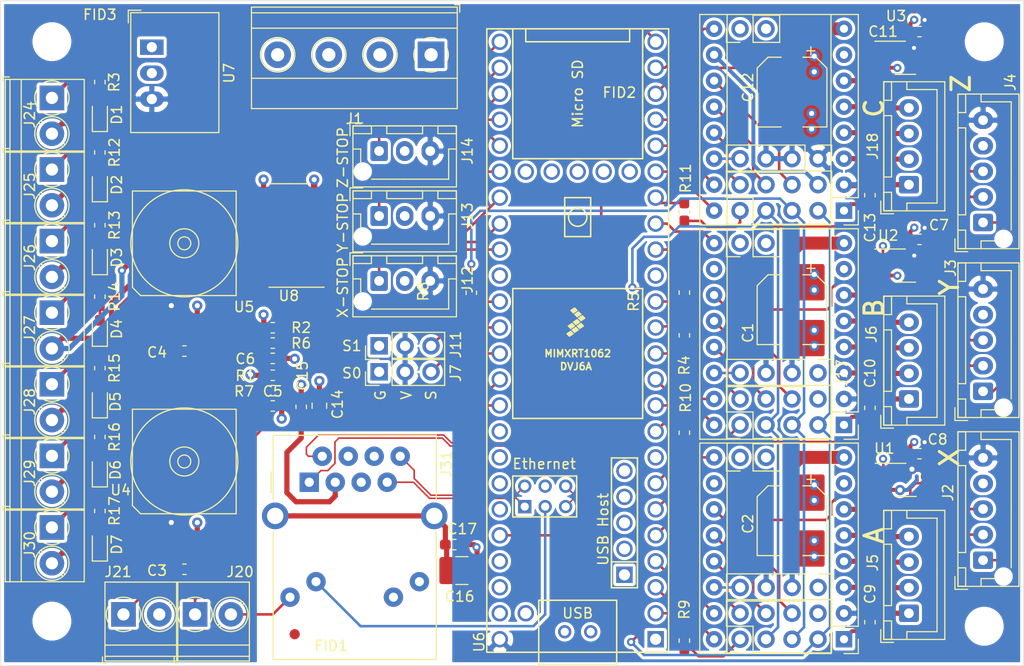
<source format=kicad_pcb>
(kicad_pcb (version 20171130) (host pcbnew "(5.1.5)-3")
  (layers (0 F.Cu signal hide) (1 In1.Cu signal hide) (2 In2.Cu signal hide) (31 B.Cu signal) (34 B.Paste user hide) (35 F.Paste user hide) (36 B.SilkS user hide) (37 F.SilkS user) (38 B.Mask user) (39 F.Mask user) (44 Edge.Cuts user))
  (net 0 "")
  (net 1 +24V)
  (net 2 GND)
  (net 3 "Net-(A1-Pad6)")
  (net 4 "Net-(A1-Pad5)")
  (net 5 "Net-(A1-Pad4)")
  (net 6 "Net-(A1-Pad3)")
  (net 7 "Net-(A2-Pad6)")
  (net 8 "Net-(A2-Pad5)")
  (net 9 "Net-(A2-Pad4)")
  (net 10 "Net-(A2-Pad3)")
  (net 11 +5V)
  (net 12 "Net-(D1-Pad2)")
  (net 13 "Net-(D2-Pad2)")
  (net 14 /X_STOP)
  (net 15 /Y_STOP)
  (net 16 /Z_ENABLE)
  (net 17 /Z_DIR)
  (net 18 /Z_STEP)
  (net 19 /Z_STOP)
  (net 20 /X_ENABLE)
  (net 21 /Y_STEP)
  (net 22 /X_STEP)
  (net 23 /X_DIR)
  (net 24 /Y_DIR)
  (net 25 /Y_ENABLE)
  (net 26 "Net-(U4-Pad8)")
  (net 27 "Net-(U4-Pad7)")
  (net 28 "Net-(U4-Pad6)")
  (net 29 "Net-(U4-Pad5)")
  (net 30 "Net-(U4-Pad1)")
  (net 31 "Net-(U5-Pad8)")
  (net 32 "Net-(U5-Pad7)")
  (net 33 "Net-(U5-Pad6)")
  (net 34 "Net-(U5-Pad5)")
  (net 35 "Net-(U5-Pad1)")
  (net 36 /X_ENA_B)
  (net 37 /X_DIR_B)
  (net 38 /X_STEP_B)
  (net 39 /Y_ENA_B)
  (net 40 /Y_DIR_B)
  (net 41 /Y_STEP_B)
  (net 42 "Net-(C5-Pad1)")
  (net 43 "Net-(C6-Pad1)")
  (net 44 "Net-(A3-Pad6)")
  (net 45 "Net-(A3-Pad5)")
  (net 46 "Net-(A3-Pad4)")
  (net 47 "Net-(A3-Pad3)")
  (net 48 /CONTROL_1)
  (net 49 /CONTROL_2)
  (net 50 "Net-(D3-Pad2)")
  (net 51 /CONTROL_3)
  (net 52 "Net-(D4-Pad2)")
  (net 53 /CONTROL_4)
  (net 54 "Net-(D5-Pad2)")
  (net 55 /CONTROL_5)
  (net 56 "Net-(D6-Pad2)")
  (net 57 /CONTROL_6)
  (net 58 "Net-(D7-Pad2)")
  (net 59 /CONTROL_7)
  (net 60 /Z_STEP_B)
  (net 61 /Z_DIR_B)
  (net 62 /SERVO_0)
  (net 63 "Net-(J8-Pad2)")
  (net 64 "Net-(J8-Pad1)")
  (net 65 /MOT_MISO)
  (net 66 /MOT_SCK)
  (net 67 /MOT_MOSI)
  (net 68 /SERVO_1)
  (net 69 "Net-(J15-Pad2)")
  (net 70 "Net-(J15-Pad1)")
  (net 71 "Net-(J19-Pad2)")
  (net 72 "Net-(J19-Pad1)")
  (net 73 /ANALOG_1)
  (net 74 /ANALOG_2)
  (net 75 /MOSI)
  (net 76 /MISO)
  (net 77 /SCK)
  (net 78 /OUT_7)
  (net 79 /OUT_6)
  (net 80 /OUT_5)
  (net 81 /OUT_4)
  (net 82 /OUT_3)
  (net 83 /OUT_2)
  (net 84 /OUT_1)
  (net 85 "Net-(U6-Pad15)")
  (net 86 "Net-(U6-Pad67)")
  (net 87 "Net-(U6-Pad66)")
  (net 88 "Net-(U6-Pad54)")
  (net 89 "Net-(U6-Pad53)")
  (net 90 "Net-(U6-Pad51)")
  (net 91 "Net-(U6-Pad50)")
  (net 92 "Net-(U6-Pad40)")
  (net 93 "Net-(U6-Pad41)")
  (net 94 "Net-(U6-Pad46)")
  (net 95 "Net-(U6-Pad55)")
  (net 96 "Net-(U6-Pad56)")
  (net 97 "Net-(U6-Pad57)")
  (net 98 "Net-(U6-Pad58)")
  (net 99 "Net-(U6-Pad59)")
  (net 100 "Net-(U6-Pad49)")
  (net 101 "Net-(U6-Pad42)")
  (net 102 "Net-(U6-Pad43)")
  (net 103 /Z_ENA_B)
  (net 104 /CT)
  (net 105 /LED)
  (net 106 /R-)
  (net 107 /R+)
  (net 108 /T-)
  (net 109 /T+)
  (net 110 "Net-(J31-PadL2)")
  (net 111 "Net-(J31-PadL1)")
  (net 112 "Net-(C16-Pad1)")
  (net 113 /C_DIR)
  (net 114 /B_STEP)
  (net 115 /A_SLP)
  (net 116 /A_RST)
  (net 117 /A_M3)
  (net 118 /A_M2)
  (net 119 /A_M1)
  (net 120 /A_ENABLE)
  (net 121 /B_DIR)
  (net 122 /B_SLP)
  (net 123 /B_RST)
  (net 124 /B_M3)
  (net 125 /B_M2)
  (net 126 /B_M1)
  (net 127 /B_ENABLE)
  (net 128 /C_STEP)
  (net 129 /C_SLP)
  (net 130 /C_RST)
  (net 131 /C_M3)
  (net 132 /C_M2)
  (net 133 /C_M1)
  (net 134 /C_ENABLE)
  (net 135 /MOT_A_CS)
  (net 136 /MOT_B_CS)
  (net 137 /MOT_C_CS)
  (net 138 /A_CS)
  (net 139 /B_CS)
  (net 140 /C_CS)
  (net 141 /A_STEP)
  (net 142 /A_DIR)
  (module Capacitor_SMD:C_0603_1608Metric_Pad1.05x0.95mm_HandSolder (layer F.Cu) (at 76.595 124.62)
    (fp_text reference C5 (at 0 -1.43) (layer F.SilkS))
    (fp_text value 47pF)
    (pad 2 smd roundrect (at 0.875 0) (size 1.05 0.95) (layers F.Cu F.Paste F.Mask) (net 2 GND))
    (pad 1 smd roundrect (at -0.875 0) (size 1.05 0.95) (layers F.Cu F.Paste F.Mask) (net 42 "Net-(C5-Pad1)"))
  )
  (module TerminalBlock_Phoenix:TerminalBlock_Phoenix_MKDS-1,5-4_1x04_P5.00mm_Horizontal (layer F.Cu) (at 92.075 90.28 180)
    (fp_text reference J1 (at 7.5 -6.26) (layer F.SilkS))
    (fp_text value Screw_Terminal_01x04)
    (pad 4 thru_hole circle (at 15 0 180) (size 2.6 2.6) (drill 1.3) (layers *.Cu *.Mask) (net 2 GND))
    (pad 3 thru_hole circle (at 10 0 180) (size 2.6 2.6) (drill 1.3) (layers *.Cu *.Mask) (net 1 +24V))
    (pad 2 thru_hole circle (at 5 0 180) (size 2.6 2.6) (drill 1.3) (layers *.Cu *.Mask) (net 2 GND))
    (pad 1 thru_hole rect (at 0 0 180) (size 2.6 2.6) (drill 1.3) (layers *.Cu *.Mask) (net 1 +24V))
  )
  (module Connector_RJ:RJ45_Amphenol_RJMG1BD3B8K1ANR (layer F.Cu) (at 80.165 132.08)
    (fp_text reference J31 (at 13.434 -1.778 90) (layer F.SilkS))
    (fp_text value RJ45_Wiznet_RB1-125BAG1A)
    (pad "" np_thru_hole circle (at 10.16 6.34) (size 3.25 3.25) (drill 3.25) (layers *.Cu *.Mask))
    (pad "" np_thru_hole circle (at -1.27 6.34) (size 3.25 3.25) (drill 3.25) (layers *.Cu *.Mask))
    (pad 13 thru_hole circle (at 12.22 3.29) (size 2.6 2.6) (drill 1.6) (layers *.Cu *.Mask) (net 112 "Net-(C16-Pad1)"))
    (pad 13 thru_hole circle (at -3.33 3.29) (size 2.6 2.6) (drill 1.6) (layers *.Cu *.Mask) (net 112 "Net-(C16-Pad1)"))
    (pad L4 thru_hole circle (at -1.88 11.24) (size 1.89 1.89) (drill 0.89) (layers *.Cu *.Mask) (net 2 GND))
    (pad L3 thru_hole circle (at 0.66 9.72) (size 1.89 1.89) (drill 0.89) (layers *.Cu *.Mask) (net 105 /LED))
    (pad L2 thru_hole circle (at 8.23 11.24) (size 1.89 1.89) (drill 0.89) (layers *.Cu *.Mask) (net 110 "Net-(J31-PadL2)"))
    (pad L1 thru_hole circle (at 10.77 9.72) (size 1.89 1.89) (drill 0.89) (layers *.Cu *.Mask) (net 111 "Net-(J31-PadL1)"))
    (pad R8 thru_hole circle (at 8.89 -2.54) (size 1.9 1.9) (drill 0.9) (layers *.Cu *.Mask) (net 106 /R-))
    (pad R7 thru_hole circle (at 7.62 0) (size 1.9 1.9) (drill 0.9) (layers *.Cu *.Mask) (net 107 /R+))
    (pad R6 thru_hole circle (at 6.35 -2.54) (size 1.9 1.9) (drill 0.9) (layers *.Cu *.Mask))
    (pad R5 thru_hole circle (at 5.08 0) (size 1.9 1.9) (drill 0.9) (layers *.Cu *.Mask))
    (pad R4 thru_hole circle (at 3.81 -2.54) (size 1.9 1.9) (drill 0.9) (layers *.Cu *.Mask))
    (pad R3 thru_hole circle (at 2.54 0) (size 1.9 1.9) (drill 0.9) (layers *.Cu *.Mask) (net 104 /CT))
    (pad R2 thru_hole circle (at 1.27 -2.54) (size 1.9 1.9) (drill 0.9) (layers *.Cu *.Mask) (net 108 /T-))
    (pad R1 thru_hole rect (at 0 0) (size 1.9 1.9) (drill 0.9) (layers *.Cu *.Mask) (net 109 /T+))
  )
  (module Fiducial:Fiducial_1mm_Mask3mm (layer F.Cu) (at 60.32246 88.9)
    (fp_text reference FID3 (at -0.63246 -2.54) (layer F.SilkS))
    (fp_text value Fiducial)
    (pad "" smd circle (at 0 0) (size 1 1) (layers F.Cu F.Mask) (clearance 1))
  )
  (module Fiducial:Fiducial_1mm_Mask3mm (layer F.Cu) (at 110.49 91.44)
    (fp_text reference FID2 (at 0 2.54) (layer F.SilkS))
    (fp_text value Fiducial)
    (pad "" smd circle (at 0 0) (size 1 1) (layers F.Cu F.Mask) (clearance 1))
  )
  (module Fiducial:Fiducial_1mm_Mask3mm (layer F.Cu) (at 78.74 146.93646)
    (fp_text reference FID1 (at 3.556 1.143) (layer F.SilkS))
    (fp_text value Fiducial)
    (pad "" smd circle (at 0 0) (size 1 1) (layers F.Cu F.Mask) (clearance 1))
  )
  (module Capacitor_SMD:C_0603_1608Metric_Pad1.05x0.95mm_HandSolder (layer F.Cu) (at 94.347 138.176)
    (fp_text reference C17 (at 0.776 -1.524) (layer F.SilkS))
    (fp_text value 0.1uF)
    (pad 2 smd roundrect (at 0.875 0) (size 1.05 0.95) (layers F.Cu F.Paste F.Mask) (net 2 GND))
    (pad 1 smd roundrect (at -0.875 0) (size 1.05 0.95) (layers F.Cu F.Paste F.Mask) (net 112 "Net-(C16-Pad1)"))
  )
  (module Capacitor_SMD:C_1210_3225Metric_Pad1.42x2.65mm_HandSolder (layer F.Cu) (at 95.0865 140.716)
    (fp_text reference C16 (at -0.2175 2.54) (layer F.SilkS))
    (fp_text value 1uF)
    (pad 2 smd roundrect (at 1.4875 0) (size 1.425 2.65) (layers F.Cu F.Paste F.Mask) (roundrect_rratio 0.175439) (net 2 GND))
    (pad 1 smd roundrect (at -1.4875 0) (size 1.425 2.65) (layers F.Cu F.Paste F.Mask) (roundrect_rratio 0.175439) (net 112 "Net-(C16-Pad1)"))
  )
  (module Capacitor_SMD:C_0603_1608Metric_Pad1.05x0.95mm_HandSolder (layer F.Cu) (at 67.959 119.253)
    (fp_text reference C4 (at -2.681 0.127) (layer F.SilkS))
    (fp_text value 0.1uF)
    (pad 2 smd roundrect (at 0.875 0) (size 1.05 0.95) (layers F.Cu F.Paste F.Mask) (net 2 GND))
    (pad 1 smd roundrect (at -0.875 0) (size 1.05 0.95) (layers F.Cu F.Paste F.Mask) (net 11 +5V))
  )
  (module Connector_PinHeader_2.54mm:PinHeader_1x04_P2.54mm_Vertical (layer F.Cu) (at 129.921 142.367 270)
    (fp_text reference J10 hide)
    (fp_text value Conn_01x04)
    (pad 4 thru_hole oval (at 0 7.62 270) (size 1.7 1.7) (drill 1) (layers *.Cu *.Mask) (net 115 /A_SLP))
    (pad 3 thru_hole oval (at 0 5.08 270) (size 1.7 1.7) (drill 1) (layers *.Cu *.Mask) (net 11 +5V))
    (pad 2 thru_hole oval (at 0 2.54 270) (size 1.7 1.7) (drill 1) (layers *.Cu *.Mask) (net 11 +5V))
    (pad 1 thru_hole circle (at 0 0 270) (size 1.7 1.7) (drill 1) (layers *.Cu *.Mask) (net 11 +5V))
  )
  (module Capacitor_SMD:C_0603_1608Metric_Pad1.05x0.95mm_HandSolder (layer F.Cu) (at 79.375 124.7 90)
    (fp_text reference C15 (at 3.034 0.127 90) (layer F.SilkS))
    (fp_text value 0.1uF)
    (pad 2 smd roundrect (at 0.875 0 90) (size 1.05 0.95) (layers F.Cu F.Paste F.Mask) (net 2 GND))
    (pad 1 smd roundrect (at -0.875 0 90) (size 1.05 0.95) (layers F.Cu F.Paste F.Mask) (net 104 /CT))
  )
  (module Capacitor_SMD:C_0805_2012Metric_Pad1.15x1.40mm_HandSolder (layer F.Cu) (at 81.153 124.596 90)
    (fp_text reference C14 (at 0.136 1.778 90) (layer F.SilkS))
    (fp_text value 1uF)
    (pad 2 smd roundrect (at 1.025 0 90) (size 1.15 1.4) (layers F.Cu F.Paste F.Mask) (roundrect_rratio 0.217391) (net 2 GND))
    (pad 1 smd roundrect (at -1.025 0 90) (size 1.15 1.4) (layers F.Cu F.Paste F.Mask) (roundrect_rratio 0.217391) (net 104 /CT))
  )
  (module Connector_PinHeader_2.54mm:PinHeader_1x03_P2.54mm_Vertical (layer F.Cu) (at 86.995 118.745 90)
    (fp_text reference J11 (at 0.127 7.493 90) (layer F.SilkS))
    (fp_text value Conn_01x03)
    (pad 3 thru_hole oval (at 0 5.08 90) (size 1.7 1.7) (drill 1) (layers *.Cu *.Mask) (net 68 /SERVO_1))
    (pad 2 thru_hole oval (at 0 2.54 90) (size 1.7 1.7) (drill 1) (layers *.Cu *.Mask) (net 11 +5V))
    (pad 1 thru_hole rect (at 0 0 90) (size 1.7 1.7) (drill 1) (layers *.Cu *.Mask) (net 2 GND))
  )
  (module Connector_PinHeader_2.54mm:PinHeader_1x03_P2.54mm_Vertical (layer F.Cu) (at 86.995 121.285 90)
    (fp_text reference J7 (at -0.127 7.493 90) (layer F.SilkS))
    (fp_text value Conn_01x03)
    (pad 3 thru_hole oval (at 0 5.08 90) (size 1.7 1.7) (drill 1) (layers *.Cu *.Mask) (net 62 /SERVO_0))
    (pad 2 thru_hole oval (at 0 2.54 90) (size 1.7 1.7) (drill 1) (layers *.Cu *.Mask) (net 11 +5V))
    (pad 1 thru_hole rect (at 0 0 90) (size 1.7 1.7) (drill 1) (layers *.Cu *.Mask) (net 2 GND))
  )
  (module Teensy:Teensy41 (layer F.Cu) (at 106.414 118.22 90)
    (fp_text reference U6 (at -29.481 -9.64 90) (layer F.SilkS))
    (fp_text value Teensy4.1)
    (fp_text user "USB Host" (at -18.4658 2.4892 90) (layer F.SilkS))
    (fp_text user Ethernet (at -12.065 -3.2766) (layer F.SilkS))
    (fp_text user USB (at -26.67 0 180) (layer F.SilkS))
    (fp_text user "Micro SD" (at 24.13 0 90) (layer F.SilkS))
    (fp_text user MIMXRT1062 (at -1.27 0 180) (layer F.SilkS) (effects (font (size 0.7 0.7))))
    (fp_text user DVJ6A (at -2.54 -0.18 180) (layer F.SilkS) (effects (font (size 0.7 0.7))))
    (pad 67 thru_hole circle (at -28.48 -1.27 90) (size 1.3 1.3) (drill 0.8) (layers *.Cu *.Mask) (net 86 "Net-(U6-Pad67)"))
    (pad 66 thru_hole circle (at -28.48 1.27 90) (size 1.3 1.3) (drill 0.8) (layers *.Cu *.Mask) (net 87 "Net-(U6-Pad66)"))
    (pad 54 thru_hole circle (at 16.51 -5.08 90) (size 1.6 1.6) (drill 1.1) (layers *.Cu *.Mask) (net 88 "Net-(U6-Pad54)"))
    (pad 53 thru_hole circle (at 16.51 -2.54 90) (size 1.6 1.6) (drill 1.1) (layers *.Cu *.Mask) (net 89 "Net-(U6-Pad53)"))
    (pad 52 thru_hole circle (at 16.51 0 90) (size 1.6 1.6) (drill 1.1) (layers *.Cu *.Mask) (net 2 GND))
    (pad 51 thru_hole circle (at 16.51 2.54 90) (size 1.6 1.6) (drill 1.1) (layers *.Cu *.Mask) (net 90 "Net-(U6-Pad51)"))
    (pad 50 thru_hole circle (at 16.51 5.08 90) (size 1.6 1.6) (drill 1.1) (layers *.Cu *.Mask) (net 91 "Net-(U6-Pad50)"))
    (pad 62 thru_hole circle (at -16.24 -1.1816 90) (size 1.3 1.3) (drill 0.8) (layers *.Cu *.Mask) (net 108 /T-))
    (pad 63 thru_hole circle (at -14.24 -1.1816 90) (size 1.3 1.3) (drill 0.8) (layers *.Cu *.Mask) (net 109 /T+))
    (pad 64 thru_hole circle (at -14.24 -3.1816 90) (size 1.3 1.3) (drill 0.8) (layers *.Cu *.Mask) (net 2 GND))
    (pad 61 thru_hole circle (at -16.24 -3.1816 90) (size 1.3 1.3) (drill 0.8) (layers *.Cu *.Mask) (net 105 /LED))
    (pad 65 thru_hole circle (at -14.24 -5.1816 90) (size 1.3 1.3) (drill 0.8) (layers *.Cu *.Mask) (net 106 /R-))
    (pad 60 thru_hole rect (at -16.24 -5.1816 90) (size 1.3 1.3) (drill 0.8) (layers *.Cu *.Mask) (net 107 /R+))
    (pad 17 thru_hole circle (at 11.43 7.62 90) (size 1.6 1.6) (drill 1.1) (layers *.Cu *.Mask) (net 127 /B_ENABLE))
    (pad 18 thru_hole circle (at 13.97 7.62 90) (size 1.6 1.6) (drill 1.1) (layers *.Cu *.Mask) (net 140 /C_CS))
    (pad 19 thru_hole circle (at 16.51 7.62 90) (size 1.6 1.6) (drill 1.1) (layers *.Cu *.Mask) (net 113 /C_DIR))
    (pad 20 thru_hole circle (at 19.05 7.62 90) (size 1.6 1.6) (drill 1.1) (layers *.Cu *.Mask) (net 128 /C_STEP))
    (pad 16 thru_hole circle (at 8.89 7.62 90) (size 1.6 1.6) (drill 1.1) (layers *.Cu *.Mask) (net 21 /Y_STEP))
    (pad 15 thru_hole circle (at 6.35 7.62 90) (size 1.6 1.6) (drill 1.1) (layers *.Cu *.Mask) (net 85 "Net-(U6-Pad15)"))
    (pad 14 thru_hole circle (at 3.81 7.62 90) (size 1.6 1.6) (drill 1.1) (layers *.Cu *.Mask) (net 76 /MISO))
    (pad 21 thru_hole circle (at 21.59 7.62 90) (size 1.6 1.6) (drill 1.1) (layers *.Cu *.Mask) (net 17 /Z_DIR))
    (pad 22 thru_hole circle (at 24.13 7.62 90) (size 1.6 1.6) (drill 1.1) (layers *.Cu *.Mask) (net 18 /Z_STEP))
    (pad 23 thru_hole circle (at 26.67 7.62 90) (size 1.6 1.6) (drill 1.1) (layers *.Cu *.Mask) (net 134 /C_ENABLE))
    (pad 24 thru_hole circle (at 29.21 7.62 90) (size 1.6 1.6) (drill 1.1) (layers *.Cu *.Mask) (net 84 /OUT_1))
    (pad 25 thru_hole circle (at 29.21 -7.62 90) (size 1.6 1.6) (drill 1.1) (layers *.Cu *.Mask) (net 83 /OUT_2))
    (pad 26 thru_hole circle (at 26.67 -7.62 90) (size 1.6 1.6) (drill 1.1) (layers *.Cu *.Mask) (net 82 /OUT_3))
    (pad 27 thru_hole circle (at 24.13 -7.62 90) (size 1.6 1.6) (drill 1.1) (layers *.Cu *.Mask) (net 81 /OUT_4))
    (pad 28 thru_hole circle (at 21.59 -7.62 90) (size 1.6 1.6) (drill 1.1) (layers *.Cu *.Mask) (net 80 /OUT_5))
    (pad 29 thru_hole circle (at 19.05 -7.62 90) (size 1.6 1.6) (drill 1.1) (layers *.Cu *.Mask) (net 19 /Z_STOP))
    (pad 30 thru_hole circle (at 16.51 -7.62 90) (size 1.6 1.6) (drill 1.1) (layers *.Cu *.Mask) (net 15 /Y_STOP))
    (pad 31 thru_hole circle (at 13.97 -7.62 90) (size 1.6 1.6) (drill 1.1) (layers *.Cu *.Mask) (net 79 /OUT_6))
    (pad 32 thru_hole circle (at 11.43 -7.62 90) (size 1.6 1.6) (drill 1.1) (layers *.Cu *.Mask) (net 78 /OUT_7))
    (pad 33 thru_hole circle (at 8.89 -7.62 90) (size 1.6 1.6) (drill 1.1) (layers *.Cu *.Mask) (net 14 /X_STOP))
    (pad 34 thru_hole circle (at 6.35 -7.62 90) (size 1.6 1.6) (drill 1.1) (layers *.Cu *.Mask) (net 2 GND))
    (pad 13 thru_hole circle (at 1.27 7.62 90) (size 1.6 1.6) (drill 1.1) (layers *.Cu *.Mask) (net 75 /MOSI))
    (pad 12 thru_hole circle (at -1.27 7.62 90) (size 1.6 1.6) (drill 1.1) (layers *.Cu *.Mask) (net 24 /Y_DIR))
    (pad 11 thru_hole circle (at -3.81 7.62 90) (size 1.6 1.6) (drill 1.1) (layers *.Cu *.Mask) (net 114 /B_STEP))
    (pad 10 thru_hole circle (at -6.35 7.62 90) (size 1.6 1.6) (drill 1.1) (layers *.Cu *.Mask) (net 121 /B_DIR))
    (pad 9 thru_hole circle (at -8.89 7.62 90) (size 1.6 1.6) (drill 1.1) (layers *.Cu *.Mask) (net 139 /B_CS))
    (pad 8 thru_hole circle (at -11.43 7.62 90) (size 1.6 1.6) (drill 1.1) (layers *.Cu *.Mask) (net 20 /X_ENABLE))
    (pad 7 thru_hole circle (at -13.97 7.62 90) (size 1.6 1.6) (drill 1.1) (layers *.Cu *.Mask) (net 120 /A_ENABLE))
    (pad 6 thru_hole circle (at -16.51 7.62 90) (size 1.6 1.6) (drill 1.1) (layers *.Cu *.Mask) (net 22 /X_STEP))
    (pad 5 thru_hole circle (at -19.05 7.62 90) (size 1.6 1.6) (drill 1.1) (layers *.Cu *.Mask) (net 23 /X_DIR))
    (pad 4 thru_hole circle (at -21.59 7.62 90) (size 1.6 1.6) (drill 1.1) (layers *.Cu *.Mask) (net 141 /A_STEP))
    (pad 3 thru_hole circle (at -24.13 7.62 90) (size 1.6 1.6) (drill 1.1) (layers *.Cu *.Mask) (net 142 /A_DIR))
    (pad 2 thru_hole circle (at -26.67 7.62 90) (size 1.6 1.6) (drill 1.1) (layers *.Cu *.Mask) (net 138 /A_CS))
    (pad 1 thru_hole rect (at -29.21 7.62 90) (size 1.6 1.6) (drill 1.1) (layers *.Cu *.Mask) (net 2 GND))
    (pad 35 thru_hole circle (at 3.81 -7.62 90) (size 1.6 1.6) (drill 1.1) (layers *.Cu *.Mask) (net 77 /SCK))
    (pad 36 thru_hole circle (at 1.27 -7.62 90) (size 1.6 1.6) (drill 1.1) (layers *.Cu *.Mask) (net 68 /SERVO_1))
    (pad 37 thru_hole circle (at -1.27 -7.62 90) (size 1.6 1.6) (drill 1.1) (layers *.Cu *.Mask) (net 62 /SERVO_0))
    (pad 38 thru_hole circle (at -3.81 -7.62 90) (size 1.6 1.6) (drill 1.1) (layers *.Cu *.Mask) (net 74 /ANALOG_2))
    (pad 39 thru_hole circle (at -6.35 -7.62 90) (size 1.6 1.6) (drill 1.1) (layers *.Cu *.Mask) (net 73 /ANALOG_1))
    (pad 40 thru_hole circle (at -8.89 -7.62 90) (size 1.6 1.6) (drill 1.1) (layers *.Cu *.Mask) (net 92 "Net-(U6-Pad40)"))
    (pad 41 thru_hole circle (at -11.43 -7.62 90) (size 1.6 1.6) (drill 1.1) (layers *.Cu *.Mask) (net 93 "Net-(U6-Pad41)"))
    (pad 42 thru_hole circle (at -13.97 -7.62 90) (size 1.6 1.6) (drill 1.1) (layers *.Cu *.Mask) (net 101 "Net-(U6-Pad42)"))
    (pad 43 thru_hole circle (at -16.51 -7.62 90) (size 1.6 1.6) (drill 1.1) (layers *.Cu *.Mask) (net 102 "Net-(U6-Pad43)"))
    (pad 44 thru_hole circle (at -19.05 -7.62 90) (size 1.6 1.6) (drill 1.1) (layers *.Cu *.Mask) (net 16 /Z_ENABLE))
    (pad 45 thru_hole circle (at -21.59 -7.62 90) (size 1.6 1.6) (drill 1.1) (layers *.Cu *.Mask) (net 25 /Y_ENABLE))
    (pad 46 thru_hole circle (at -24.13 -7.62 90) (size 1.6 1.6) (drill 1.1) (layers *.Cu *.Mask) (net 94 "Net-(U6-Pad46)"))
    (pad 47 thru_hole circle (at -26.67 -7.62 90) (size 1.6 1.6) (drill 1.1) (layers *.Cu *.Mask) (net 2 GND))
    (pad 48 thru_hole circle (at -29.21 -7.62 90) (size 1.6 1.6) (drill 1.1) (layers *.Cu *.Mask) (net 11 +5V))
    (pad 55 thru_hole rect (at -22.9108 4.5692 90) (size 1.6 1.6) (drill 1.1) (layers *.Cu *.Mask) (net 95 "Net-(U6-Pad55)"))
    (pad 56 thru_hole circle (at -20.3708 4.5692 90) (size 1.6 1.6) (drill 1.1) (layers *.Cu *.Mask) (net 96 "Net-(U6-Pad56)"))
    (pad 57 thru_hole circle (at -17.8308 4.5692 90) (size 1.6 1.6) (drill 1.1) (layers *.Cu *.Mask) (net 97 "Net-(U6-Pad57)"))
    (pad 58 thru_hole circle (at -15.2908 4.5692 90) (size 1.6 1.6) (drill 1.1) (layers *.Cu *.Mask) (net 98 "Net-(U6-Pad58)"))
    (pad 59 thru_hole circle (at -12.7508 4.5692 90) (size 1.6 1.6) (drill 1.1) (layers *.Cu *.Mask) (net 99 "Net-(U6-Pad59)"))
    (pad 49 thru_hole circle (at -26.67 -5.08 90) (size 1.6 1.6) (drill 1.1) (layers *.Cu *.Mask) (net 100 "Net-(U6-Pad49)"))
  )
  (module Connector_JST:JST_XH_B5B-XH-AM_1x05_P2.50mm_Vertical (layer F.Cu) (at 146.05 106.68 90)
    (fp_text reference J4 (at 13.716 2.667 90) (layer F.SilkS))
    (fp_text value Conn_01x05)
    (pad "" np_thru_hole circle (at -1.6 2 90) (size 1.2 1.2) (drill 1.2) (layers *.Cu *.Mask))
    (pad 5 thru_hole oval (at 10 0 90) (size 1.7 1.95) (drill 0.95) (layers *.Cu *.Mask) (net 11 +5V))
    (pad 4 thru_hole oval (at 7.5 0 90) (size 1.7 1.95) (drill 0.95) (layers *.Cu *.Mask) (net 2 GND))
    (pad 3 thru_hole oval (at 5 0 90) (size 1.7 1.95) (drill 0.95) (layers *.Cu *.Mask) (net 103 /Z_ENA_B))
    (pad 2 thru_hole oval (at 2.5 0 90) (size 1.7 1.95) (drill 0.95) (layers *.Cu *.Mask) (net 60 /Z_STEP_B))
    (pad 1 thru_hole roundrect (at 0 0 90) (size 1.7 1.95) (drill 0.95) (layers *.Cu *.Mask) (roundrect_rratio 0.147059) (net 61 /Z_DIR_B))
  )
  (module Connector_JST:JST_XH_B5B-XH-AM_1x05_P2.50mm_Vertical (layer F.Cu) (at 146.05 123.19 90)
    (fp_text reference J3 (at 12.065 -3.175 90) (layer F.SilkS))
    (fp_text value Conn_01x05)
    (pad "" np_thru_hole circle (at -1.6 2 90) (size 1.2 1.2) (drill 1.2) (layers *.Cu *.Mask))
    (pad 5 thru_hole oval (at 10 0 90) (size 1.7 1.95) (drill 0.95) (layers *.Cu *.Mask) (net 11 +5V))
    (pad 4 thru_hole oval (at 7.5 0 90) (size 1.7 1.95) (drill 0.95) (layers *.Cu *.Mask) (net 2 GND))
    (pad 3 thru_hole oval (at 5 0 90) (size 1.7 1.95) (drill 0.95) (layers *.Cu *.Mask) (net 39 /Y_ENA_B))
    (pad 2 thru_hole oval (at 2.5 0 90) (size 1.7 1.95) (drill 0.95) (layers *.Cu *.Mask) (net 41 /Y_STEP_B))
    (pad 1 thru_hole roundrect (at 0 0 90) (size 1.7 1.95) (drill 0.95) (layers *.Cu *.Mask) (roundrect_rratio 0.147059) (net 40 /Y_DIR_B))
  )
  (module Connector_JST:JST_XH_B5B-XH-AM_1x05_P2.50mm_Vertical (layer F.Cu) (at 146.05 139.7 90)
    (fp_text reference J2 (at 6.604 -3.429 90) (layer F.SilkS))
    (fp_text value Conn_01x05)
    (pad "" np_thru_hole circle (at -1.6 2 90) (size 1.2 1.2) (drill 1.2) (layers *.Cu *.Mask))
    (pad 5 thru_hole oval (at 10 0 90) (size 1.7 1.95) (drill 0.95) (layers *.Cu *.Mask) (net 11 +5V))
    (pad 4 thru_hole oval (at 7.5 0 90) (size 1.7 1.95) (drill 0.95) (layers *.Cu *.Mask) (net 2 GND))
    (pad 3 thru_hole oval (at 5 0 90) (size 1.7 1.95) (drill 0.95) (layers *.Cu *.Mask) (net 36 /X_ENA_B))
    (pad 2 thru_hole oval (at 2.5 0 90) (size 1.7 1.95) (drill 0.95) (layers *.Cu *.Mask) (net 38 /X_STEP_B))
    (pad 1 thru_hole roundrect (at 0 0 90) (size 1.7 1.95) (drill 0.95) (layers *.Cu *.Mask) (roundrect_rratio 0.147059) (net 37 /X_DIR_B))
  )
  (module Connector_PinHeader_2.54mm:PinHeader_2x04_P2.54mm_Vertical (layer F.Cu) (at 122.289 105.52 90)
    (fp_text reference J22 hide)
    (fp_text value Conn_02x04_Odd_Even)
    (pad 8 thru_hole oval (at 2.54 7.62 90) (size 1.7 1.7) (drill 1) (layers *.Cu *.Mask) (net 133 /C_M1))
    (pad 7 thru_hole oval (at 0 7.62 90) (size 1.7 1.7) (drill 1) (layers *.Cu *.Mask) (net 67 /MOT_MOSI))
    (pad 6 thru_hole oval (at 2.54 5.08 90) (size 1.7 1.7) (drill 1) (layers *.Cu *.Mask) (net 132 /C_M2))
    (pad 5 thru_hole oval (at 0 5.08 90) (size 1.7 1.7) (drill 1) (layers *.Cu *.Mask) (net 66 /MOT_SCK))
    (pad 4 thru_hole oval (at 2.54 2.54 90) (size 1.7 1.7) (drill 1) (layers *.Cu *.Mask) (net 131 /C_M3))
    (pad 3 thru_hole oval (at 0 2.54 90) (size 1.7 1.7) (drill 1) (layers *.Cu *.Mask) (net 65 /MOT_MISO))
    (pad 2 thru_hole oval (at 2.54 0 90) (size 1.7 1.7) (drill 1) (layers *.Cu *.Mask) (net 130 /C_RST))
    (pad 1 thru_hole circle (at 0 0 90) (size 1.7 1.7) (drill 1) (layers *.Cu *.Mask) (net 137 /MOT_C_CS))
  )
  (module Connector_PinHeader_2.54mm:PinHeader_2x04_P2.54mm_Vertical (layer F.Cu) (at 122.289 126.475 90)
    (fp_text reference J16 hide)
    (fp_text value Conn_02x04_Odd_Even)
    (pad 8 thru_hole oval (at 2.54 7.62 90) (size 1.7 1.7) (drill 1) (layers *.Cu *.Mask) (net 126 /B_M1))
    (pad 7 thru_hole oval (at 0 7.62 90) (size 1.7 1.7) (drill 1) (layers *.Cu *.Mask) (net 67 /MOT_MOSI))
    (pad 6 thru_hole oval (at 2.54 5.08 90) (size 1.7 1.7) (drill 1) (layers *.Cu *.Mask) (net 125 /B_M2))
    (pad 5 thru_hole oval (at 0 5.08 90) (size 1.7 1.7) (drill 1) (layers *.Cu *.Mask) (net 66 /MOT_SCK))
    (pad 4 thru_hole oval (at 2.54 2.54 90) (size 1.7 1.7) (drill 1) (layers *.Cu *.Mask) (net 124 /B_M3))
    (pad 3 thru_hole oval (at 0 2.54 90) (size 1.7 1.7) (drill 1) (layers *.Cu *.Mask) (net 65 /MOT_MISO))
    (pad 2 thru_hole oval (at 2.54 0 90) (size 1.7 1.7) (drill 1) (layers *.Cu *.Mask) (net 123 /B_RST))
    (pad 1 thru_hole circle (at 0 0 90) (size 1.7 1.7) (drill 1) (layers *.Cu *.Mask) (net 136 /MOT_B_CS))
  )
  (module Connector_PinHeader_2.54mm:PinHeader_2x04_P2.54mm_Vertical (layer F.Cu) (at 122.289 147.43 90)
    (fp_text reference J9 hide)
    (fp_text value Conn_02x04_Odd_Even)
    (pad 8 thru_hole oval (at 2.54 7.62 90) (size 1.7 1.7) (drill 1) (layers *.Cu *.Mask) (net 119 /A_M1))
    (pad 7 thru_hole oval (at 0 7.62 90) (size 1.7 1.7) (drill 1) (layers *.Cu *.Mask) (net 67 /MOT_MOSI))
    (pad 6 thru_hole oval (at 2.54 5.08 90) (size 1.7 1.7) (drill 1) (layers *.Cu *.Mask) (net 118 /A_M2))
    (pad 5 thru_hole oval (at 0 5.08 90) (size 1.7 1.7) (drill 1) (layers *.Cu *.Mask) (net 66 /MOT_SCK))
    (pad 4 thru_hole oval (at 2.54 2.54 90) (size 1.7 1.7) (drill 1) (layers *.Cu *.Mask) (net 117 /A_M3))
    (pad 3 thru_hole oval (at 0 2.54 90) (size 1.7 1.7) (drill 1) (layers *.Cu *.Mask) (net 65 /MOT_MISO))
    (pad 2 thru_hole oval (at 2.54 0 90) (size 1.7 1.7) (drill 1) (layers *.Cu *.Mask) (net 116 /A_RST))
    (pad 1 thru_hole circle (at 0 0 90) (size 1.7 1.7) (drill 1) (layers *.Cu *.Mask) (net 135 /MOT_A_CS))
  )
  (module Capacitor_SMD:C_0603_1608Metric_Pad1.05x0.95mm_HandSolder (layer F.Cu) (at 134.989 145.765 270)
    (fp_text reference C9 (at -2.763 -0.012 90) (layer F.SilkS))
    (fp_text value 0.1uF)
    (pad 2 smd roundrect (at 0.875 0 270) (size 1.05 0.95) (layers F.Cu F.Paste F.Mask) (net 2 GND))
    (pad 1 smd roundrect (at -0.875 0 270) (size 1.05 0.95) (layers F.Cu F.Paste F.Mask) (net 11 +5V))
  )
  (module Capacitor_SMD:C_0603_1608Metric_Pad1.05x0.95mm_HandSolder (layer F.Cu) (at 134.989 124.81 270)
    (fp_text reference C10 (at -3.398 -0.012 90) (layer F.SilkS))
    (fp_text value 0.1uF)
    (pad 2 smd roundrect (at 0.875 0 270) (size 1.05 0.95) (layers F.Cu F.Paste F.Mask) (net 2 GND))
    (pad 1 smd roundrect (at -0.875 0 270) (size 1.05 0.95) (layers F.Cu F.Paste F.Mask) (net 11 +5V))
  )
  (module Connector_JST:JST_XH_B4B-XH-A_1x04_P2.50mm_Vertical (layer F.Cu) (at 138.799 123.935 90)
    (fp_text reference J6 (at 6.333 -3.671 270) (layer F.SilkS))
    (fp_text value Conn_01x04)
    (pad 4 thru_hole oval (at 7.5 0 90) (size 1.7 1.95) (drill 0.95) (layers *.Cu *.Mask) (net 7 "Net-(A2-Pad6)"))
    (pad 3 thru_hole oval (at 5 0 90) (size 1.7 1.95) (drill 0.95) (layers *.Cu *.Mask) (net 8 "Net-(A2-Pad5)"))
    (pad 2 thru_hole oval (at 2.5 0 90) (size 1.7 1.95) (drill 0.95) (layers *.Cu *.Mask) (net 9 "Net-(A2-Pad4)"))
    (pad 1 thru_hole roundrect (at 0 0 90) (size 1.7 1.95) (drill 0.95) (layers *.Cu *.Mask) (roundrect_rratio 0.147059) (net 10 "Net-(A2-Pad3)"))
  )
  (module Package_SO:VSSOP-8_3.0x3.0mm_P0.65mm (layer F.Cu) (at 138.504 131.85)
    (fp_text reference U1 (at -2.106 -3.072) (layer F.SilkS))
    (fp_text value 74LVC3G07)
    (pad 8 smd rect (at 2.2 -0.975 270) (size 0.45 1.45) (layers F.Cu F.Paste F.Mask) (net 11 +5V))
    (pad 7 smd rect (at 2.2 -0.325 270) (size 0.45 1.45) (layers F.Cu F.Paste F.Mask) (net 36 /X_ENA_B))
    (pad 6 smd rect (at 2.2 0.325 270) (size 0.45 1.45) (layers F.Cu F.Paste F.Mask) (net 23 /X_DIR))
    (pad 5 smd rect (at 2.2 0.975 270) (size 0.45 1.45) (layers F.Cu F.Paste F.Mask) (net 38 /X_STEP_B))
    (pad 4 smd rect (at -2.2 0.975 270) (size 0.45 1.45) (layers F.Cu F.Paste F.Mask) (net 2 GND))
    (pad 3 smd rect (at -2.2 0.325 270) (size 0.45 1.45) (layers F.Cu F.Paste F.Mask) (net 22 /X_STEP))
    (pad 2 smd rect (at -2.2 -0.325 270) (size 0.45 1.45) (layers F.Cu F.Paste F.Mask) (net 37 /X_DIR_B))
    (pad 1 smd rect (at -2.2 -0.975 270) (size 0.45 1.45) (layers F.Cu F.Paste F.Mask) (net 20 /X_ENABLE))
  )
  (module Capacitor_SMD:CP_Elec_6.3x7.7 (layer F.Cu) (at 127.369 115.205 270)
    (fp_text reference C1 (at 2.27 4.306 90) (layer F.SilkS))
    (fp_text value 47uF)
    (pad 2 smd roundrect (at 2.7 0 270) (size 3.5 1.6) (layers F.Cu F.Paste F.Mask) (roundrect_rratio 0.15625) (net 2 GND))
    (pad 1 smd roundrect (at -2.7 0 270) (size 3.5 1.6) (layers F.Cu F.Paste F.Mask) (roundrect_rratio 0.15625) (net 1 +24V))
  )
  (module Capacitor_SMD:C_0603_1608Metric_Pad1.05x0.95mm_HandSolder (layer F.Cu) (at 139.829 129.286 180)
    (fp_text reference C8 (at -1.776 1.397) (layer F.SilkS))
    (fp_text value 0.1uF)
    (pad 2 smd roundrect (at 0.875 0 180) (size 1.05 0.95) (layers F.Cu F.Paste F.Mask) (net 2 GND))
    (pad 1 smd roundrect (at -0.875 0 180) (size 1.05 0.95) (layers F.Cu F.Paste F.Mask) (net 11 +5V))
  )
  (module Module:Pololu_Breakout-16_15.2x20.3mm (layer F.Cu) (at 132.449 126.475 180)
    (fp_text reference A2 hide)
    (fp_text value Pololu_Breakout_A4988)
    (pad 16 thru_hole oval (at 12.7 0 180) (size 1.6 1.6) (drill 0.8) (layers *.Cu *.Mask) (net 121 /B_DIR))
    (pad 8 thru_hole oval (at 0 17.78 180) (size 1.6 1.6) (drill 0.8) (layers *.Cu *.Mask) (net 1 +24V))
    (pad 15 thru_hole oval (at 12.7 2.54 180) (size 1.6 1.6) (drill 0.8) (layers *.Cu *.Mask) (net 114 /B_STEP))
    (pad 7 thru_hole oval (at 0 15.24 180) (size 1.6 1.6) (drill 0.8) (layers *.Cu *.Mask) (net 2 GND))
    (pad 14 thru_hole oval (at 12.7 5.08 180) (size 1.6 1.6) (drill 0.8) (layers *.Cu *.Mask) (net 122 /B_SLP))
    (pad 6 thru_hole oval (at 0 12.7 180) (size 1.6 1.6) (drill 0.8) (layers *.Cu *.Mask) (net 7 "Net-(A2-Pad6)"))
    (pad 13 thru_hole oval (at 12.7 7.62 180) (size 1.6 1.6) (drill 0.8) (layers *.Cu *.Mask) (net 123 /B_RST))
    (pad 5 thru_hole oval (at 0 10.16 180) (size 1.6 1.6) (drill 0.8) (layers *.Cu *.Mask) (net 8 "Net-(A2-Pad5)"))
    (pad 12 thru_hole oval (at 12.7 10.16 180) (size 1.6 1.6) (drill 0.8) (layers *.Cu *.Mask) (net 124 /B_M3))
    (pad 4 thru_hole oval (at 0 7.62 180) (size 1.6 1.6) (drill 0.8) (layers *.Cu *.Mask) (net 9 "Net-(A2-Pad4)"))
    (pad 11 thru_hole oval (at 12.7 12.7 180) (size 1.6 1.6) (drill 0.8) (layers *.Cu *.Mask) (net 125 /B_M2))
    (pad 3 thru_hole oval (at 0 5.08 180) (size 1.6 1.6) (drill 0.8) (layers *.Cu *.Mask) (net 10 "Net-(A2-Pad3)"))
    (pad 10 thru_hole oval (at 12.7 15.24 180) (size 1.6 1.6) (drill 0.8) (layers *.Cu *.Mask) (net 126 /B_M1))
    (pad 2 thru_hole oval (at 0 2.54 180) (size 1.6 1.6) (drill 0.8) (layers *.Cu *.Mask) (net 11 +5V))
    (pad 9 thru_hole oval (at 12.7 17.78 180) (size 1.6 1.6) (drill 0.8) (layers *.Cu *.Mask) (net 127 /B_ENABLE))
    (pad 1 thru_hole rect (at 0 0 180) (size 1.6 1.6) (drill 0.8) (layers *.Cu *.Mask) (net 2 GND))
  )
  (module Package_SO:SOIC-16_3.9x9.9mm_P1.27mm (layer F.Cu) (at 78.17 107.95 180)
    (fp_text reference U8 (at 0 -5.9) (layer F.SilkS))
    (fp_text value ULN2003AD)
    (pad 16 smd roundrect (at 2.475 -4.445 180) (size 1.95 0.6) (layers F.Cu F.Paste F.Mask) (net 59 /CONTROL_7))
    (pad 15 smd roundrect (at 2.475 -3.175 180) (size 1.95 0.6) (layers F.Cu F.Paste F.Mask) (net 57 /CONTROL_6))
    (pad 14 smd roundrect (at 2.475 -1.905 180) (size 1.95 0.6) (layers F.Cu F.Paste F.Mask) (net 55 /CONTROL_5))
    (pad 13 smd roundrect (at 2.475 -0.635 180) (size 1.95 0.6) (layers F.Cu F.Paste F.Mask) (net 53 /CONTROL_4))
    (pad 12 smd roundrect (at 2.475 0.635 180) (size 1.95 0.6) (layers F.Cu F.Paste F.Mask) (net 51 /CONTROL_3))
    (pad 11 smd roundrect (at 2.475 1.905 180) (size 1.95 0.6) (layers F.Cu F.Paste F.Mask) (net 49 /CONTROL_2))
    (pad 10 smd roundrect (at 2.475 3.175 180) (size 1.95 0.6) (layers F.Cu F.Paste F.Mask) (net 48 /CONTROL_1))
    (pad 9 smd roundrect (at 2.475 4.445 180) (size 1.95 0.6) (layers F.Cu F.Paste F.Mask) (net 1 +24V))
    (pad 8 smd roundrect (at -2.475 4.445 180) (size 1.95 0.6) (layers F.Cu F.Paste F.Mask) (net 2 GND))
    (pad 7 smd roundrect (at -2.475 3.175 180) (size 1.95 0.6) (layers F.Cu F.Paste F.Mask) (net 84 /OUT_1))
    (pad 6 smd roundrect (at -2.475 1.905 180) (size 1.95 0.6) (layers F.Cu F.Paste F.Mask) (net 83 /OUT_2))
    (pad 5 smd roundrect (at -2.475 0.635 180) (size 1.95 0.6) (layers F.Cu F.Paste F.Mask) (net 82 /OUT_3))
    (pad 4 smd roundrect (at -2.475 -0.635 180) (size 1.95 0.6) (layers F.Cu F.Paste F.Mask) (net 81 /OUT_4))
    (pad 3 smd roundrect (at -2.475 -1.905 180) (size 1.95 0.6) (layers F.Cu F.Paste F.Mask) (net 80 /OUT_5))
    (pad 2 smd roundrect (at -2.475 -3.175 180) (size 1.95 0.6) (layers F.Cu F.Paste F.Mask) (net 79 /OUT_6))
    (pad 1 smd roundrect (at -2.475 -4.445 180) (size 1.95 0.6) (layers F.Cu F.Paste F.Mask) (net 78 /OUT_7))
  )
  (module Package_SO:VSSOP-8_3.0x3.0mm_P0.65mm (layer F.Cu) (at 138.459 90.575)
    (fp_text reference U3 (at -0.918 -4.088) (layer F.SilkS))
    (fp_text value 74LVC3G07)
    (pad 8 smd rect (at 2.2 -0.975 270) (size 0.45 1.45) (layers F.Cu F.Paste F.Mask) (net 11 +5V))
    (pad 7 smd rect (at 2.2 -0.325 270) (size 0.45 1.45) (layers F.Cu F.Paste F.Mask) (net 103 /Z_ENA_B))
    (pad 6 smd rect (at 2.2 0.325 270) (size 0.45 1.45) (layers F.Cu F.Paste F.Mask) (net 17 /Z_DIR))
    (pad 5 smd rect (at 2.2 0.975 270) (size 0.45 1.45) (layers F.Cu F.Paste F.Mask) (net 60 /Z_STEP_B))
    (pad 4 smd rect (at -2.2 0.975 270) (size 0.45 1.45) (layers F.Cu F.Paste F.Mask) (net 2 GND))
    (pad 3 smd rect (at -2.2 0.325 270) (size 0.45 1.45) (layers F.Cu F.Paste F.Mask) (net 18 /Z_STEP))
    (pad 2 smd rect (at -2.2 -0.325 270) (size 0.45 1.45) (layers F.Cu F.Paste F.Mask) (net 61 /Z_DIR_B))
    (pad 1 smd rect (at -2.2 -0.975 270) (size 0.45 1.45) (layers F.Cu F.Paste F.Mask) (net 16 /Z_ENABLE))
  )
  (module Resistor_SMD:R_0603_1608Metric_Pad1.05x0.95mm_HandSolder (layer F.Cu) (at 59.69 134.888 270)
    (fp_text reference R17 (at 0 -1.43 90) (layer F.SilkS))
    (fp_text value 2K)
    (pad 2 smd roundrect (at 0.875 0 270) (size 1.05 0.95) (layers F.Cu F.Paste F.Mask) (net 58 "Net-(D7-Pad2)"))
    (pad 1 smd roundrect (at -0.875 0 270) (size 1.05 0.95) (layers F.Cu F.Paste F.Mask) (net 1 +24V))
  )
  (module Resistor_SMD:R_0603_1608Metric_Pad1.05x0.95mm_HandSolder (layer F.Cu) (at 59.69 127.649 270)
    (fp_text reference R16 (at 0 -1.43 90) (layer F.SilkS))
    (fp_text value 2K)
    (pad 2 smd roundrect (at 0.875 0 270) (size 1.05 0.95) (layers F.Cu F.Paste F.Mask) (net 56 "Net-(D6-Pad2)"))
    (pad 1 smd roundrect (at -0.875 0 270) (size 1.05 0.95) (layers F.Cu F.Paste F.Mask) (net 1 +24V))
  )
  (module Resistor_SMD:R_0603_1608Metric_Pad1.05x0.95mm_HandSolder (layer F.Cu) (at 59.69 120.918 270)
    (fp_text reference R15 (at 0 -1.43 90) (layer F.SilkS))
    (fp_text value 2K)
    (pad 2 smd roundrect (at 0.875 0 270) (size 1.05 0.95) (layers F.Cu F.Paste F.Mask) (net 54 "Net-(D5-Pad2)"))
    (pad 1 smd roundrect (at -0.875 0 270) (size 1.05 0.95) (layers F.Cu F.Paste F.Mask) (net 1 +24V))
  )
  (module Resistor_SMD:R_0603_1608Metric_Pad1.05x0.95mm_HandSolder (layer F.Cu) (at 59.69 113.933 270)
    (fp_text reference R14 (at 0 -1.43 90) (layer F.SilkS))
    (fp_text value 2K)
    (pad 2 smd roundrect (at 0.875 0 270) (size 1.05 0.95) (layers F.Cu F.Paste F.Mask) (net 52 "Net-(D4-Pad2)"))
    (pad 1 smd roundrect (at -0.875 0 270) (size 1.05 0.95) (layers F.Cu F.Paste F.Mask) (net 1 +24V))
  )
  (module Resistor_SMD:R_0603_1608Metric_Pad1.05x0.95mm_HandSolder (layer F.Cu) (at 59.69 106.948 270)
    (fp_text reference R13 (at 0 -1.43 90) (layer F.SilkS))
    (fp_text value 2K)
    (pad 2 smd roundrect (at 0.875 0 270) (size 1.05 0.95) (layers F.Cu F.Paste F.Mask) (net 50 "Net-(D3-Pad2)"))
    (pad 1 smd roundrect (at -0.875 0 270) (size 1.05 0.95) (layers F.Cu F.Paste F.Mask) (net 1 +24V))
  )
  (module Resistor_SMD:R_0603_1608Metric_Pad1.05x0.95mm_HandSolder (layer F.Cu) (at 59.69 99.836 270)
    (fp_text reference R12 (at 0 -1.43 90) (layer F.SilkS))
    (fp_text value 2K)
    (pad 2 smd roundrect (at 0.875 0 270) (size 1.05 0.95) (layers F.Cu F.Paste F.Mask) (net 13 "Net-(D2-Pad2)"))
    (pad 1 smd roundrect (at -0.875 0 270) (size 1.05 0.95) (layers F.Cu F.Paste F.Mask) (net 1 +24V))
  )
  (module Resistor_SMD:R_0603_1608Metric_Pad1.05x0.95mm_HandSolder (layer F.Cu) (at 116.84 105.65 270)
    (fp_text reference R11 (at -3.288 -0.127 90) (layer F.SilkS))
    (fp_text value 22)
    (pad 2 smd roundrect (at 0.875 0 270) (size 1.05 0.95) (layers F.Cu F.Paste F.Mask) (net 137 /MOT_C_CS))
    (pad 1 smd roundrect (at -0.875 0 270) (size 1.05 0.95) (layers F.Cu F.Paste F.Mask) (net 140 /C_CS))
  )
  (module Resistor_SMD:R_0603_1608Metric_Pad1.05x0.95mm_HandSolder (layer F.Cu) (at 116.84 127.24 270)
    (fp_text reference R10 (at -3.415 -0.127 90) (layer F.SilkS))
    (fp_text value 22)
    (pad 2 smd roundrect (at 0.875 0 270) (size 1.05 0.95) (layers F.Cu F.Paste F.Mask) (net 136 /MOT_B_CS))
    (pad 1 smd roundrect (at -0.875 0 270) (size 1.05 0.95) (layers F.Cu F.Paste F.Mask) (net 139 /B_CS))
  )
  (module Resistor_SMD:R_0603_1608Metric_Pad1.05x0.95mm_HandSolder (layer F.Cu) (at 116.84 147.56 270)
    (fp_text reference R9 (at -3.034 0 90) (layer F.SilkS))
    (fp_text value 22)
    (pad 2 smd roundrect (at 0.875 0 270) (size 1.05 0.95) (layers F.Cu F.Paste F.Mask) (net 135 /MOT_A_CS))
    (pad 1 smd roundrect (at -0.875 0 270) (size 1.05 0.95) (layers F.Cu F.Paste F.Mask) (net 138 /A_CS))
  )
  (module Resistor_SMD:R_0603_1608Metric_Pad1.05x0.95mm_HandSolder (layer F.Cu) (at 96.012 113.552 90)
    (fp_text reference R8 (at 0.141 -4.699 90) (layer F.SilkS))
    (fp_text value 22)
    (pad 2 smd roundrect (at 0.875 0 90) (size 1.05 0.95) (layers F.Cu F.Paste F.Mask) (net 66 /MOT_SCK))
    (pad 1 smd roundrect (at -0.875 0 90) (size 1.05 0.95) (layers F.Cu F.Paste F.Mask) (net 77 /SCK))
  )
  (module Resistor_SMD:R_0603_1608Metric_Pad1.05x0.95mm_HandSolder (layer F.Cu) (at 116.84 113.535 90)
    (fp_text reference R5 (at -0.892 -4.953 90) (layer F.SilkS))
    (fp_text value 22)
    (pad 2 smd roundrect (at 0.875 0 90) (size 1.05 0.95) (layers F.Cu F.Paste F.Mask) (net 65 /MOT_MISO))
    (pad 1 smd roundrect (at -0.875 0 90) (size 1.05 0.95) (layers F.Cu F.Paste F.Mask) (net 76 /MISO))
  )
  (module Resistor_SMD:R_0603_1608Metric_Pad1.05x0.95mm_HandSolder (layer F.Cu) (at 116.84 117.715 270)
    (fp_text reference R4 (at 2.935 0 90) (layer F.SilkS))
    (fp_text value 22)
    (pad 2 smd roundrect (at 0.875 0 270) (size 1.05 0.95) (layers F.Cu F.Paste F.Mask) (net 67 /MOT_MOSI))
    (pad 1 smd roundrect (at -0.875 0 270) (size 1.05 0.95) (layers F.Cu F.Paste F.Mask) (net 75 /MOSI))
  )
  (module TerminalBlock_Phoenix:TerminalBlock_Phoenix_PT-1,5-2-3.5-H_1x02_P3.50mm_Horizontal (layer F.Cu) (at 55 136.5 270)
    (fp_text reference J30 (at 1.676 2.168 90) (layer F.SilkS))
    (fp_text value Screw_Terminal_01x02)
    (pad 2 thru_hole circle (at 3.5 0 270) (size 2.4 2.4) (drill 1.2) (layers *.Cu *.Mask) (net 59 /CONTROL_7))
    (pad 1 thru_hole rect (at 0 0 270) (size 2.4 2.4) (drill 1.2) (layers *.Cu *.Mask) (net 1 +24V))
  )
  (module TerminalBlock_Phoenix:TerminalBlock_Phoenix_PT-1,5-2-3.5-H_1x02_P3.50mm_Horizontal (layer F.Cu) (at 55 129.5 270)
    (fp_text reference J29 (at 1.691 2.168 90) (layer F.SilkS))
    (fp_text value Screw_Terminal_01x02)
    (pad 2 thru_hole circle (at 3.5 0 270) (size 2.4 2.4) (drill 1.2) (layers *.Cu *.Mask) (net 57 /CONTROL_6))
    (pad 1 thru_hole rect (at 0 0 270) (size 2.4 2.4) (drill 1.2) (layers *.Cu *.Mask) (net 1 +24V))
  )
  (module TerminalBlock_Phoenix:TerminalBlock_Phoenix_PT-1,5-2-3.5-H_1x02_P3.50mm_Horizontal (layer F.Cu) (at 55 122.5 270)
    (fp_text reference J28 (at 1.706 2.168 90) (layer F.SilkS))
    (fp_text value Screw_Terminal_01x02)
    (pad 2 thru_hole circle (at 3.5 0 270) (size 2.4 2.4) (drill 1.2) (layers *.Cu *.Mask) (net 55 /CONTROL_5))
    (pad 1 thru_hole rect (at 0 0 270) (size 2.4 2.4) (drill 1.2) (layers *.Cu *.Mask) (net 1 +24V))
  )
  (module TerminalBlock_Phoenix:TerminalBlock_Phoenix_PT-1,5-2-3.5-H_1x02_P3.50mm_Horizontal (layer F.Cu) (at 55 115.5 270)
    (fp_text reference J27 (at 1.594 2.168 90) (layer F.SilkS))
    (fp_text value Screw_Terminal_01x02)
    (pad 2 thru_hole circle (at 3.5 0 270) (size 2.4 2.4) (drill 1.2) (layers *.Cu *.Mask) (net 53 /CONTROL_4))
    (pad 1 thru_hole rect (at 0 0 270) (size 2.4 2.4) (drill 1.2) (layers *.Cu *.Mask) (net 1 +24V))
  )
  (module TerminalBlock_Phoenix:TerminalBlock_Phoenix_PT-1,5-2-3.5-H_1x02_P3.50mm_Horizontal (layer F.Cu) (at 55 108.5 270)
    (fp_text reference J26 (at 1.609 2.168 90) (layer F.SilkS))
    (fp_text value Screw_Terminal_01x02)
    (pad 2 thru_hole circle (at 3.5 0 270) (size 2.4 2.4) (drill 1.2) (layers *.Cu *.Mask) (net 51 /CONTROL_3))
    (pad 1 thru_hole rect (at 0 0 270) (size 2.4 2.4) (drill 1.2) (layers *.Cu *.Mask) (net 1 +24V))
  )
  (module TerminalBlock_Phoenix:TerminalBlock_Phoenix_PT-1,5-2-3.5-H_1x02_P3.50mm_Horizontal (layer F.Cu) (at 55 101.5 270)
    (fp_text reference J25 (at 1.624 2.168 90) (layer F.SilkS))
    (fp_text value Screw_Terminal_01x02)
    (pad 2 thru_hole circle (at 3.5 0 270) (size 2.4 2.4) (drill 1.2) (layers *.Cu *.Mask) (net 49 /CONTROL_2))
    (pad 1 thru_hole rect (at 0 0 270) (size 2.4 2.4) (drill 1.2) (layers *.Cu *.Mask) (net 1 +24V))
  )
  (module TerminalBlock_Phoenix:TerminalBlock_Phoenix_PT-1,5-2-3.5-H_1x02_P3.50mm_Horizontal (layer F.Cu) (at 55 94.5 270)
    (fp_text reference J24 (at 1.639 2.168 90) (layer F.SilkS))
    (fp_text value Screw_Terminal_01x02)
    (pad 2 thru_hole circle (at 3.5 0 270) (size 2.4 2.4) (drill 1.2) (layers *.Cu *.Mask) (net 48 /CONTROL_1))
    (pad 1 thru_hole rect (at 0 0 270) (size 2.4 2.4) (drill 1.2) (layers *.Cu *.Mask) (net 1 +24V))
  )
  (module Connector_PinHeader_2.54mm:PinHeader_1x04_P2.54mm_Vertical (layer F.Cu) (at 129.909 100.44 270)
    (fp_text reference J23 hide)
    (fp_text value Conn_01x04)
    (pad 4 thru_hole oval (at 0 7.62 270) (size 1.7 1.7) (drill 1) (layers *.Cu *.Mask) (net 129 /C_SLP))
    (pad 3 thru_hole oval (at 0 5.08 270) (size 1.7 1.7) (drill 1) (layers *.Cu *.Mask) (net 11 +5V))
    (pad 2 thru_hole oval (at 0 2.54 270) (size 1.7 1.7) (drill 1) (layers *.Cu *.Mask) (net 11 +5V))
    (pad 1 thru_hole circle (at 0 0 270) (size 1.7 1.7) (drill 1) (layers *.Cu *.Mask) (net 11 +5V))
  )
  (module TerminalBlock_Phoenix:TerminalBlock_Phoenix_PT-1,5-2-3.5-H_1x02_P3.50mm_Horizontal (layer F.Cu) (at 62 145)
    (fp_text reference J21 (at -0.532 -4.16) (layer F.SilkS))
    (fp_text value Screw_Terminal_01x02)
    (pad 2 thru_hole circle (at 3.5 0) (size 2.4 2.4) (drill 1.2) (layers *.Cu *.Mask) (net 2 GND))
    (pad 1 thru_hole rect (at 0 0) (size 2.4 2.4) (drill 1.2) (layers *.Cu *.Mask) (net 43 "Net-(C6-Pad1)"))
  )
  (module TerminalBlock_Phoenix:TerminalBlock_Phoenix_PT-1,5-2-3.5-H_1x02_P3.50mm_Horizontal (layer F.Cu) (at 69 145)
    (fp_text reference J20 (at 4.406 -4.157) (layer F.SilkS))
    (fp_text value Screw_Terminal_01x02)
    (pad 2 thru_hole circle (at 3.5 0) (size 2.4 2.4) (drill 1.2) (layers *.Cu *.Mask) (net 2 GND))
    (pad 1 thru_hole rect (at 0 0) (size 2.4 2.4) (drill 1.2) (layers *.Cu *.Mask) (net 42 "Net-(C5-Pad1)"))
  )
  (module Connector_PinHeader_2.54mm:PinHeader_1x02_P2.54mm_Vertical (layer F.Cu) (at 122.289 129.65 90)
    (fp_text reference J19 hide)
    (fp_text value Conn_01x02)
    (pad 2 thru_hole oval (at 0 2.54 90) (size 1.7 1.7) (drill 1) (layers *.Cu *.Mask) (net 71 "Net-(J19-Pad2)"))
    (pad 1 thru_hole circle (at 0 0 90) (size 1.7 1.7) (drill 1) (layers *.Cu *.Mask) (net 72 "Net-(J19-Pad1)"))
  )
  (module Connector_JST:JST_XH_B4B-XH-A_1x04_P2.50mm_Vertical (layer F.Cu) (at 138.799 102.98 90)
    (fp_text reference J18 (at 3.75 -3.55 90) (layer F.SilkS))
    (fp_text value Conn_01x04)
    (pad 4 thru_hole oval (at 7.5 0 90) (size 1.7 1.95) (drill 0.95) (layers *.Cu *.Mask) (net 44 "Net-(A3-Pad6)"))
    (pad 3 thru_hole oval (at 5 0 90) (size 1.7 1.95) (drill 0.95) (layers *.Cu *.Mask) (net 45 "Net-(A3-Pad5)"))
    (pad 2 thru_hole oval (at 2.5 0 90) (size 1.7 1.95) (drill 0.95) (layers *.Cu *.Mask) (net 46 "Net-(A3-Pad4)"))
    (pad 1 thru_hole roundrect (at 0 0 90) (size 1.7 1.95) (drill 0.95) (layers *.Cu *.Mask) (roundrect_rratio 0.147059) (net 47 "Net-(A3-Pad3)"))
  )
  (module Connector_PinHeader_2.54mm:PinHeader_1x04_P2.54mm_Vertical (layer F.Cu) (at 129.909 121.395 270)
    (fp_text reference J17 (at 0 -2.33 90) (layer F.SilkS))
    (fp_text value Conn_01x04)
    (pad 4 thru_hole oval (at 0 7.62 270) (size 1.7 1.7) (drill 1) (layers *.Cu *.Mask) (net 122 /B_SLP))
    (pad 3 thru_hole oval (at 0 5.08 270) (size 1.7 1.7) (drill 1) (layers *.Cu *.Mask) (net 11 +5V))
    (pad 2 thru_hole oval (at 0 2.54 270) (size 1.7 1.7) (drill 1) (layers *.Cu *.Mask) (net 11 +5V))
    (pad 1 thru_hole circle (at 0 0 270) (size 1.7 1.7) (drill 1) (layers *.Cu *.Mask) (net 11 +5V))
  )
  (module Connector_PinHeader_2.54mm:PinHeader_1x02_P2.54mm_Vertical (layer F.Cu) (at 122.289 87.74 90)
    (fp_text reference J15 hide)
    (fp_text value Conn_01x02)
    (pad 2 thru_hole oval (at 0 2.54 90) (size 1.7 1.7) (drill 1) (layers *.Cu *.Mask) (net 69 "Net-(J15-Pad2)"))
    (pad 1 thru_hole circle (at 0 0 90) (size 1.7 1.7) (drill 1) (layers *.Cu *.Mask) (net 70 "Net-(J15-Pad1)"))
  )
  (module Connector_JST:JST_XH_B3B-XH-AM_1x03_P2.50mm_Vertical (layer F.Cu) (at 86.995 99.695)
    (fp_text reference J14 (at 8.636 0 90) (layer F.SilkS))
    (fp_text value Conn_01x03)
    (pad "" np_thru_hole circle (at -1.6 2) (size 1.2 1.2) (drill 1.2) (layers *.Cu *.Mask))
    (pad 3 thru_hole oval (at 5 0) (size 1.7 1.95) (drill 0.95) (layers *.Cu *.Mask) (net 11 +5V))
    (pad 2 thru_hole oval (at 2.5 0) (size 1.7 1.95) (drill 0.95) (layers *.Cu *.Mask) (net 2 GND))
    (pad 1 thru_hole roundrect (at 0 0) (size 1.7 1.95) (drill 0.95) (layers *.Cu *.Mask) (roundrect_rratio 0.147059) (net 19 /Z_STOP))
  )
  (module Connector_JST:JST_XH_B3B-XH-AM_1x03_P2.50mm_Vertical (layer F.Cu) (at 86.995 106.045)
    (fp_text reference J13 (at 8.636 0 90) (layer F.SilkS))
    (fp_text value Conn_01x03)
    (pad "" np_thru_hole circle (at -1.6 2) (size 1.2 1.2) (drill 1.2) (layers *.Cu *.Mask))
    (pad 3 thru_hole oval (at 5 0) (size 1.7 1.95) (drill 0.95) (layers *.Cu *.Mask) (net 11 +5V))
    (pad 2 thru_hole oval (at 2.5 0) (size 1.7 1.95) (drill 0.95) (layers *.Cu *.Mask) (net 2 GND))
    (pad 1 thru_hole roundrect (at 0 0) (size 1.7 1.95) (drill 0.95) (layers *.Cu *.Mask) (roundrect_rratio 0.147059) (net 15 /Y_STOP))
  )
  (module Connector_JST:JST_XH_B3B-XH-AM_1x03_P2.50mm_Vertical (layer F.Cu) (at 86.995 112.395)
    (fp_text reference J12 (at 8.636 -0.127 90) (layer F.SilkS))
    (fp_text value Conn_01x03)
    (pad "" np_thru_hole circle (at -1.6 2) (size 1.2 1.2) (drill 1.2) (layers *.Cu *.Mask))
    (pad 3 thru_hole oval (at 5 0) (size 1.7 1.95) (drill 0.95) (layers *.Cu *.Mask) (net 11 +5V))
    (pad 2 thru_hole oval (at 2.5 0) (size 1.7 1.95) (drill 0.95) (layers *.Cu *.Mask) (net 2 GND))
    (pad 1 thru_hole roundrect (at 0 0) (size 1.7 1.95) (drill 0.95) (layers *.Cu *.Mask) (roundrect_rratio 0.147059) (net 14 /X_STOP))
  )
  (module Connector_PinHeader_2.54mm:PinHeader_1x02_P2.54mm_Vertical (layer F.Cu) (at 122.289 108.695 90)
    (fp_text reference J8 hide)
    (fp_text value Conn_01x02)
    (pad 2 thru_hole oval (at 0 2.54 90) (size 1.7 1.7) (drill 1) (layers *.Cu *.Mask) (net 63 "Net-(J8-Pad2)"))
    (pad 1 thru_hole circle (at 0 0 90) (size 1.7 1.7) (drill 1) (layers *.Cu *.Mask) (net 64 "Net-(J8-Pad1)"))
  )
  (module LED_SMD:LED_0603_1608Metric_Pad1.05x0.95mm_HandSolder (layer F.Cu) (at 59.69 138.125 90)
    (fp_text reference D7 (at -0.051 1.651 90) (layer F.SilkS))
    (fp_text value LED)
    (pad 2 smd roundrect (at 0.875 0 90) (size 1.05 0.95) (layers F.Cu F.Paste F.Mask) (net 58 "Net-(D7-Pad2)"))
    (pad 1 smd roundrect (at -0.875 0 90) (size 1.05 0.95) (layers F.Cu F.Paste F.Mask) (net 59 /CONTROL_7))
  )
  (module LED_SMD:LED_0603_1608Metric_Pad1.05x0.95mm_HandSolder (layer F.Cu) (at 59.69 130.875 90)
    (fp_text reference D6 (at 0 1.524 90) (layer F.SilkS))
    (fp_text value LED)
    (pad 2 smd roundrect (at 0.875 0 90) (size 1.05 0.95) (layers F.Cu F.Paste F.Mask) (net 56 "Net-(D6-Pad2)"))
    (pad 1 smd roundrect (at -0.875 0 90) (size 1.05 0.95) (layers F.Cu F.Paste F.Mask) (net 57 /CONTROL_6))
  )
  (module LED_SMD:LED_0603_1608Metric_Pad1.05x0.95mm_HandSolder (layer F.Cu) (at 59.69 124.125 90)
    (fp_text reference D5 (at -0.081 1.524 90) (layer F.SilkS))
    (fp_text value LED)
    (pad 2 smd roundrect (at 0.875 0 90) (size 1.05 0.95) (layers F.Cu F.Paste F.Mask) (net 54 "Net-(D5-Pad2)"))
    (pad 1 smd roundrect (at -0.875 0 90) (size 1.05 0.95) (layers F.Cu F.Paste F.Mask) (net 55 /CONTROL_5))
  )
  (module LED_SMD:LED_0603_1608Metric_Pad1.05x0.95mm_HandSolder (layer F.Cu) (at 59.69 117.125 90)
    (fp_text reference D4 (at 0.031 1.651 90) (layer F.SilkS))
    (fp_text value LED)
    (pad 2 smd roundrect (at 0.875 0 90) (size 1.05 0.95) (layers F.Cu F.Paste F.Mask) (net 52 "Net-(D4-Pad2)"))
    (pad 1 smd roundrect (at -0.875 0 90) (size 1.05 0.95) (layers F.Cu F.Paste F.Mask) (net 53 /CONTROL_4))
  )
  (module LED_SMD:LED_0603_1608Metric_Pad1.05x0.95mm_HandSolder (layer F.Cu) (at 59.69 110.125 90)
    (fp_text reference D3 (at 0.016 1.651 90) (layer F.SilkS))
    (fp_text value LED)
    (pad 2 smd roundrect (at 0.875 0 90) (size 1.05 0.95) (layers F.Cu F.Paste F.Mask) (net 50 "Net-(D3-Pad2)"))
    (pad 1 smd roundrect (at -0.875 0 90) (size 1.05 0.95) (layers F.Cu F.Paste F.Mask) (net 51 /CONTROL_3))
  )
  (module LED_SMD:LED_0603_1608Metric_Pad1.05x0.95mm_HandSolder (layer F.Cu) (at 59.69 102.995 90)
    (fp_text reference D2 (at -0.002 1.651 90) (layer F.SilkS))
    (fp_text value LED)
    (pad 2 smd roundrect (at 0.875 0 90) (size 1.05 0.95) (layers F.Cu F.Paste F.Mask) (net 13 "Net-(D2-Pad2)"))
    (pad 1 smd roundrect (at -0.875 0 90) (size 1.05 0.95) (layers F.Cu F.Paste F.Mask) (net 49 /CONTROL_2))
  )
  (module Capacitor_SMD:C_0603_1608Metric_Pad1.05x0.95mm_HandSolder (layer F.Cu) (at 134.989 104.01 270)
    (fp_text reference C13 (at 3.178 -0.012 90) (layer F.SilkS))
    (fp_text value 0.1uF)
    (pad 2 smd roundrect (at 0.875 0 270) (size 1.05 0.95) (layers F.Cu F.Paste F.Mask) (net 2 GND))
    (pad 1 smd roundrect (at -0.875 0 270) (size 1.05 0.95) (layers F.Cu F.Paste F.Mask) (net 11 +5V))
  )
  (module Capacitor_SMD:CP_Elec_6.3x7.7 (layer F.Cu) (at 127.369 93.93 270)
    (fp_text reference C12 (at -0.458 4.306 90) (layer F.SilkS))
    (fp_text value CP1)
    (pad 2 smd roundrect (at 2.7 0 270) (size 3.5 1.6) (layers F.Cu F.Paste F.Mask) (roundrect_rratio 0.15625) (net 2 GND))
    (pad 1 smd roundrect (at -2.7 0 270) (size 3.5 1.6) (layers F.Cu F.Paste F.Mask) (roundrect_rratio 0.15625) (net 1 +24V))
  )
  (module Capacitor_SMD:C_0603_1608Metric_Pad1.05x0.95mm_HandSolder (layer F.Cu) (at 139.829 88.011 180)
    (fp_text reference C11 (at 3.558 0) (layer F.SilkS))
    (fp_text value 0.1uF)
    (pad 2 smd roundrect (at 0.875 0 180) (size 1.05 0.95) (layers F.Cu F.Paste F.Mask) (net 2 GND))
    (pad 1 smd roundrect (at -0.875 0 180) (size 1.05 0.95) (layers F.Cu F.Paste F.Mask) (net 11 +5V))
  )
  (module Module:Pololu_Breakout-16_15.2x20.3mm (layer F.Cu) (at 132.449 105.52 180)
    (fp_text reference A3 hide)
    (fp_text value Pololu_Breakout_A4988)
    (pad 16 thru_hole oval (at 12.7 0 180) (size 1.6 1.6) (drill 0.8) (layers *.Cu *.Mask) (net 113 /C_DIR))
    (pad 8 thru_hole oval (at 0 17.78 180) (size 1.6 1.6) (drill 0.8) (layers *.Cu *.Mask) (net 1 +24V))
    (pad 15 thru_hole oval (at 12.7 2.54 180) (size 1.6 1.6) (drill 0.8) (layers *.Cu *.Mask) (net 128 /C_STEP))
    (pad 7 thru_hole oval (at 0 15.24 180) (size 1.6 1.6) (drill 0.8) (layers *.Cu *.Mask) (net 2 GND))
    (pad 14 thru_hole oval (at 12.7 5.08 180) (size 1.6 1.6) (drill 0.8) (layers *.Cu *.Mask) (net 129 /C_SLP))
    (pad 6 thru_hole oval (at 0 12.7 180) (size 1.6 1.6) (drill 0.8) (layers *.Cu *.Mask) (net 44 "Net-(A3-Pad6)"))
    (pad 13 thru_hole oval (at 12.7 7.62 180) (size 1.6 1.6) (drill 0.8) (layers *.Cu *.Mask) (net 130 /C_RST))
    (pad 5 thru_hole oval (at 0 10.16 180) (size 1.6 1.6) (drill 0.8) (layers *.Cu *.Mask) (net 45 "Net-(A3-Pad5)"))
    (pad 12 thru_hole oval (at 12.7 10.16 180) (size 1.6 1.6) (drill 0.8) (layers *.Cu *.Mask) (net 131 /C_M3))
    (pad 4 thru_hole oval (at 0 7.62 180) (size 1.6 1.6) (drill 0.8) (layers *.Cu *.Mask) (net 46 "Net-(A3-Pad4)"))
    (pad 11 thru_hole oval (at 12.7 12.7 180) (size 1.6 1.6) (drill 0.8) (layers *.Cu *.Mask) (net 132 /C_M2))
    (pad 3 thru_hole oval (at 0 5.08 180) (size 1.6 1.6) (drill 0.8) (layers *.Cu *.Mask) (net 47 "Net-(A3-Pad3)"))
    (pad 10 thru_hole oval (at 12.7 15.24 180) (size 1.6 1.6) (drill 0.8) (layers *.Cu *.Mask) (net 133 /C_M1))
    (pad 2 thru_hole oval (at 0 2.54 180) (size 1.6 1.6) (drill 0.8) (layers *.Cu *.Mask) (net 11 +5V))
    (pad 9 thru_hole oval (at 12.7 17.78 180) (size 1.6 1.6) (drill 0.8) (layers *.Cu *.Mask) (net 134 /C_ENABLE))
    (pad 1 thru_hole rect (at 0 0 180) (size 1.6 1.6) (drill 0.8) (layers *.Cu *.Mask) (net 2 GND))
  )
  (module Resistor_SMD:R_0603_1608Metric_Pad1.05x0.95mm_HandSolder (layer F.Cu) (at 76.595 123.12)
    (fp_text reference R7 (at -2.808 0.07) (layer F.SilkS))
    (fp_text value 16.9K)
    (pad 2 smd roundrect (at 0.875 0) (size 1.05 0.95) (layers F.Cu F.Paste F.Mask) (net 73 /ANALOG_1))
    (pad 1 smd roundrect (at -0.875 0) (size 1.05 0.95) (layers F.Cu F.Paste F.Mask) (net 42 "Net-(C5-Pad1)"))
  )
  (module Resistor_SMD:R_0603_1608Metric_Pad1.05x0.95mm_HandSolder (layer F.Cu) (at 76.595 118.47)
    (fp_text reference R6 (at 2.78 0.021 180) (layer F.SilkS))
    (fp_text value 16.9K)
    (pad 2 smd roundrect (at 0.875 0) (size 1.05 0.95) (layers F.Cu F.Paste F.Mask) (net 74 /ANALOG_2))
    (pad 1 smd roundrect (at -0.875 0) (size 1.05 0.95) (layers F.Cu F.Paste F.Mask) (net 43 "Net-(C6-Pad1)"))
  )
  (module Module:Pololu_Breakout-16_15.2x20.3mm (layer F.Cu) (at 132.449 147.43 180)
    (fp_text reference A1 hide)
    (fp_text value Pololu_Breakout_A4988)
    (pad 16 thru_hole oval (at 12.7 0 180) (size 1.6 1.6) (drill 0.8) (layers *.Cu *.Mask) (net 142 /A_DIR))
    (pad 8 thru_hole oval (at 0 17.78 180) (size 1.6 1.6) (drill 0.8) (layers *.Cu *.Mask) (net 1 +24V))
    (pad 15 thru_hole oval (at 12.7 2.54 180) (size 1.6 1.6) (drill 0.8) (layers *.Cu *.Mask) (net 141 /A_STEP))
    (pad 7 thru_hole oval (at 0 15.24 180) (size 1.6 1.6) (drill 0.8) (layers *.Cu *.Mask) (net 2 GND))
    (pad 14 thru_hole oval (at 12.7 5.08 180) (size 1.6 1.6) (drill 0.8) (layers *.Cu *.Mask) (net 115 /A_SLP))
    (pad 6 thru_hole oval (at 0 12.7 180) (size 1.6 1.6) (drill 0.8) (layers *.Cu *.Mask) (net 3 "Net-(A1-Pad6)"))
    (pad 13 thru_hole oval (at 12.7 7.62 180) (size 1.6 1.6) (drill 0.8) (layers *.Cu *.Mask) (net 116 /A_RST))
    (pad 5 thru_hole oval (at 0 10.16 180) (size 1.6 1.6) (drill 0.8) (layers *.Cu *.Mask) (net 4 "Net-(A1-Pad5)"))
    (pad 12 thru_hole oval (at 12.7 10.16 180) (size 1.6 1.6) (drill 0.8) (layers *.Cu *.Mask) (net 117 /A_M3))
    (pad 4 thru_hole oval (at 0 7.62 180) (size 1.6 1.6) (drill 0.8) (layers *.Cu *.Mask) (net 5 "Net-(A1-Pad4)"))
    (pad 11 thru_hole oval (at 12.7 12.7 180) (size 1.6 1.6) (drill 0.8) (layers *.Cu *.Mask) (net 118 /A_M2))
    (pad 3 thru_hole oval (at 0 5.08 180) (size 1.6 1.6) (drill 0.8) (layers *.Cu *.Mask) (net 6 "Net-(A1-Pad3)"))
    (pad 10 thru_hole oval (at 12.7 15.24 180) (size 1.6 1.6) (drill 0.8) (layers *.Cu *.Mask) (net 119 /A_M1))
    (pad 2 thru_hole oval (at 0 2.54 180) (size 1.6 1.6) (drill 0.8) (layers *.Cu *.Mask) (net 11 +5V))
    (pad 9 thru_hole oval (at 12.7 17.78 180) (size 1.6 1.6) (drill 0.8) (layers *.Cu *.Mask) (net 120 /A_ENABLE))
    (pad 1 thru_hole rect (at 0 0 180) (size 1.6 1.6) (drill 0.8) (layers *.Cu *.Mask) (net 2 GND))
  )
  (module Capacitor_SMD:C_0603_1608Metric_Pad1.05x0.95mm_HandSolder (layer F.Cu) (at 139.829 108.331 180)
    (fp_text reference C7 (at -1.903 1.397) (layer F.SilkS))
    (fp_text value 0.1uF)
    (pad 2 smd roundrect (at 0.875 0 180) (size 1.05 0.95) (layers F.Cu F.Paste F.Mask) (net 2 GND))
    (pad 1 smd roundrect (at -0.875 0 180) (size 1.05 0.95) (layers F.Cu F.Paste F.Mask) (net 11 +5V))
  )
  (module Converter_DCDC:Converter_DCDC_RECOM_R-78E-0.5_THT (layer F.Cu) (at 64.77 89.535 270)
    (fp_text reference U7 (at 2.54 -7.56 90) (layer F.SilkS))
    (fp_text value R-78E5.0-1.0)
    (pad 3 thru_hole oval (at 5.08 0 270) (size 1.5 2.3) (drill 1) (layers *.Cu *.Mask) (net 11 +5V))
    (pad 2 thru_hole oval (at 2.54 0 270) (size 1.5 2.3) (drill 1) (layers *.Cu *.Mask) (net 2 GND))
    (pad 1 thru_hole rect (at 0 0 270) (size 1.5 2.3) (drill 1) (layers *.Cu *.Mask) (net 1 +24V))
  )
  (module Package_SO:VSSOP-8_3.0x3.0mm_P0.65mm (layer F.Cu) (at 138.459 110.895)
    (fp_text reference U2 (at -1.68 -2.945) (layer F.SilkS))
    (fp_text value 74LVC3G07)
    (pad 8 smd rect (at 2.2 -0.975 270) (size 0.45 1.45) (layers F.Cu F.Paste F.Mask) (net 11 +5V))
    (pad 7 smd rect (at 2.2 -0.325 270) (size 0.45 1.45) (layers F.Cu F.Paste F.Mask) (net 39 /Y_ENA_B))
    (pad 6 smd rect (at 2.2 0.325 270) (size 0.45 1.45) (layers F.Cu F.Paste F.Mask) (net 24 /Y_DIR))
    (pad 5 smd rect (at 2.2 0.975 270) (size 0.45 1.45) (layers F.Cu F.Paste F.Mask) (net 41 /Y_STEP_B))
    (pad 4 smd rect (at -2.2 0.975 270) (size 0.45 1.45) (layers F.Cu F.Paste F.Mask) (net 2 GND))
    (pad 3 smd rect (at -2.2 0.325 270) (size 0.45 1.45) (layers F.Cu F.Paste F.Mask) (net 21 /Y_STEP))
    (pad 2 smd rect (at -2.2 -0.325 270) (size 0.45 1.45) (layers F.Cu F.Paste F.Mask) (net 40 /Y_DIR_B))
    (pad 1 smd rect (at -2.2 -0.975 270) (size 0.45 1.45) (layers F.Cu F.Paste F.Mask) (net 25 /Y_ENABLE))
  )
  (module Capacitor_SMD:C_0603_1608Metric_Pad1.05x0.95mm_HandSolder (layer F.Cu) (at 76.595 119.97)
    (fp_text reference C6 (at -2.681 0.045) (layer F.SilkS))
    (fp_text value 47pF)
    (pad 2 smd roundrect (at 0.875 0) (size 1.05 0.95) (layers F.Cu F.Paste F.Mask) (net 2 GND))
    (pad 1 smd roundrect (at -0.875 0) (size 1.05 0.95) (layers F.Cu F.Paste F.Mask) (net 43 "Net-(C6-Pad1)"))
  )
  (module misc:MPXA6115A (layer F.Cu) (at 67.945 108.714)
    (fp_text reference U5 (at 5.842 6.221 -180) (layer F.SilkS))
    (fp_text value MPXA6115A)
    (pad 4 smd rect (at 3.81 8.38) (size 1.52 2.54) (layers F.Cu F.Paste F.Mask) (net 43 "Net-(C6-Pad1)"))
    (pad 5 smd rect (at 3.81 -8.38) (size 1.52 2.54) (layers F.Cu F.Paste F.Mask) (net 34 "Net-(U5-Pad5)"))
    (pad 3 smd rect (at 1.27 8.38) (size 1.52 2.54) (layers F.Cu F.Paste F.Mask) (net 2 GND))
    (pad 6 smd rect (at 1.27 -8.38) (size 1.52 2.54) (layers F.Cu F.Paste F.Mask) (net 33 "Net-(U5-Pad6)"))
    (pad 2 smd rect (at -1.27 8.38) (size 1.52 2.54) (layers F.Cu F.Paste F.Mask) (net 11 +5V))
    (pad 7 smd rect (at -1.27 -8.38) (size 1.52 2.54) (layers F.Cu F.Paste F.Mask) (net 32 "Net-(U5-Pad7)"))
    (pad 1 smd rect (at -3.81 8.38) (size 1.52 2.54) (layers F.Cu F.Paste F.Mask) (net 35 "Net-(U5-Pad1)"))
    (pad 8 smd rect (at -3.81 -8.38) (size 1.52 2.54) (layers F.Cu F.Paste F.Mask) (net 31 "Net-(U5-Pad8)"))
  )
  (module misc:MPXA6115A (layer F.Cu) (at 67.945 130.05)
    (fp_text reference U4 (at -6.223 2.792 -180) (layer F.SilkS))
    (fp_text value MPXA6115A)
    (pad 4 smd rect (at 3.81 8.38) (size 1.52 2.54) (layers F.Cu F.Paste F.Mask) (net 42 "Net-(C5-Pad1)"))
    (pad 5 smd rect (at 3.81 -8.38) (size 1.52 2.54) (layers F.Cu F.Paste F.Mask) (net 29 "Net-(U4-Pad5)"))
    (pad 3 smd rect (at 1.27 8.38) (size 1.52 2.54) (layers F.Cu F.Paste F.Mask) (net 2 GND))
    (pad 6 smd rect (at 1.27 -8.38) (size 1.52 2.54) (layers F.Cu F.Paste F.Mask) (net 28 "Net-(U4-Pad6)"))
    (pad 2 smd rect (at -1.27 8.38) (size 1.52 2.54) (layers F.Cu F.Paste F.Mask) (net 11 +5V))
    (pad 7 smd rect (at -1.27 -8.38) (size 1.52 2.54) (layers F.Cu F.Paste F.Mask) (net 27 "Net-(U4-Pad7)"))
    (pad 1 smd rect (at -3.81 8.38) (size 1.52 2.54) (layers F.Cu F.Paste F.Mask) (net 30 "Net-(U4-Pad1)"))
    (pad 8 smd rect (at -3.81 -8.38) (size 1.52 2.54) (layers F.Cu F.Paste F.Mask) (net 26 "Net-(U4-Pad8)"))
  )
  (module MountingHole:MountingHole_3.2mm_M3 (layer F.Cu) (at 146.165 146.16)
    (fp_text reference H4 hide)
    (fp_text value MountingHole)
    (pad 1 np_thru_hole circle (at 0 0) (size 3.2 3.2) (drill 3.2) (layers *.Cu *.Mask))
  )
  (module MountingHole:MountingHole_3.2mm_M3 (layer F.Cu) (at 146.165 89.01)
    (fp_text reference H3 hide)
    (fp_text value MountingHole)
    (pad 1 np_thru_hole circle (at 0 0) (size 3.2 3.2) (drill 3.2) (layers *.Cu *.Mask))
  )
  (module MountingHole:MountingHole_3.2mm_M3 (layer F.Cu) (at 55 89)
    (fp_text reference H2 hide)
    (fp_text value MountingHole)
    (pad 1 np_thru_hole circle (at 0 0) (size 3.2 3.2) (drill 3.2) (layers *.Cu *.Mask))
  )
  (module MountingHole:MountingHole_3.2mm_M3 (layer F.Cu) (at 55 145.66)
    (fp_text reference H1 hide)
    (fp_text value MountingHole)
    (pad 1 np_thru_hole circle (at 0 0) (size 3.2 3.2) (drill 3.2) (layers *.Cu *.Mask))
  )
  (module Connector_JST:JST_XH_B4B-XH-A_1x04_P2.50mm_Vertical (layer F.Cu) (at 138.799 144.89 90)
    (fp_text reference J5 (at 4.936 -3.544 270) (layer F.SilkS))
    (fp_text value Conn_01x04)
    (pad 4 thru_hole oval (at 7.5 0 90) (size 1.7 1.95) (drill 0.95) (layers *.Cu *.Mask) (net 3 "Net-(A1-Pad6)"))
    (pad 3 thru_hole oval (at 5 0 90) (size 1.7 1.95) (drill 0.95) (layers *.Cu *.Mask) (net 4 "Net-(A1-Pad5)"))
    (pad 2 thru_hole oval (at 2.5 0 90) (size 1.7 1.95) (drill 0.95) (layers *.Cu *.Mask) (net 5 "Net-(A1-Pad4)"))
    (pad 1 thru_hole roundrect (at 0 0 90) (size 1.7 1.95) (drill 0.95) (layers *.Cu *.Mask) (roundrect_rratio 0.147059) (net 6 "Net-(A1-Pad3)"))
  )
  (module Capacitor_SMD:CP_Elec_6.3x7.7 (layer F.Cu) (at 127.369 135.84 270)
    (fp_text reference C2 (at 0.304 4.306 90) (layer F.SilkS))
    (fp_text value CP1)
    (pad 2 smd roundrect (at 2.7 0 270) (size 3.5 1.6) (layers F.Cu F.Paste F.Mask) (roundrect_rratio 0.15625) (net 2 GND))
    (pad 1 smd roundrect (at -2.7 0 270) (size 3.5 1.6) (layers F.Cu F.Paste F.Mask) (roundrect_rratio 0.15625) (net 1 +24V))
  )
  (module Resistor_SMD:R_0603_1608Metric_Pad1.05x0.95mm_HandSolder (layer F.Cu) (at 59.69 92.95 270)
    (fp_text reference R3 (at 0.014 -1.397 270) (layer F.SilkS))
    (fp_text value 2K)
    (pad 2 smd roundrect (at 0.875 0 270) (size 1.05 0.95) (layers F.Cu F.Paste F.Mask) (net 12 "Net-(D1-Pad2)"))
    (pad 1 smd roundrect (at -0.875 0 270) (size 1.05 0.95) (layers F.Cu F.Paste F.Mask) (net 1 +24V))
  )
  (module Resistor_SMD:R_0603_1608Metric_Pad1.05x0.95mm_HandSolder (layer F.Cu) (at 76.595 116.97 180)
    (fp_text reference R2 (at -2.78 0.003) (layer F.SilkS))
    (fp_text value 33.2K)
    (pad 2 smd roundrect (at 0.875 0 180) (size 1.05 0.95) (layers F.Cu F.Paste F.Mask) (net 2 GND))
    (pad 1 smd roundrect (at -0.875 0 180) (size 1.05 0.95) (layers F.Cu F.Paste F.Mask) (net 74 /ANALOG_2))
  )
  (module Resistor_SMD:R_0603_1608Metric_Pad1.05x0.95mm_HandSolder (layer F.Cu) (at 76.595 121.62 180)
    (fp_text reference R1 (at 2.681 -0.046) (layer F.SilkS))
    (fp_text value 33.2K)
    (pad 2 smd roundrect (at 0.875 0 180) (size 1.05 0.95) (layers F.Cu F.Paste F.Mask) (net 2 GND))
    (pad 1 smd roundrect (at -0.875 0 180) (size 1.05 0.95) (layers F.Cu F.Paste F.Mask) (net 73 /ANALOG_1))
  )
  (module LED_SMD:LED_0603_1608Metric_Pad1.05x0.95mm_HandSolder (layer F.Cu) (at 59.69 96.125 90)
    (fp_text reference D1 (at -0.014 1.651 90) (layer F.SilkS))
    (fp_text value LED)
    (pad 2 smd roundrect (at 0.875 0 90) (size 1.05 0.95) (layers F.Cu F.Paste F.Mask) (net 12 "Net-(D1-Pad2)"))
    (pad 1 smd roundrect (at -0.875 0 90) (size 1.05 0.95) (layers F.Cu F.Paste F.Mask) (net 48 /CONTROL_1))
  )
  (module Capacitor_SMD:C_0603_1608Metric_Pad1.05x0.95mm_HandSolder (layer F.Cu) (at 67.959 140.589)
    (fp_text reference C3 (at -2.681 0.127 180) (layer F.SilkS))
    (fp_text value 0.1uF)
    (pad 2 smd roundrect (at 0.875 0) (size 1.05 0.95) (layers F.Cu F.Paste F.Mask) (net 2 GND))
    (pad 1 smd roundrect (at -0.875 0) (size 1.05 0.95) (layers F.Cu F.Paste F.Mask) (net 11 +5V))
  )
  (gr_text A (at 135.382 137.287 90) (layer F.SilkS) (effects (font (size 1.8 1.8) (thickness 0.3))))
  (gr_text B (at 135.382 115.062 90) (layer F.SilkS) (effects (font (size 1.8 1.8) (thickness 0.3))))
  (gr_text C (at 135.382 95.504 90) (layer F.SilkS) (effects (font (size 1.8 1.8) (thickness 0.3))))
  (gr_text Z (at 143.891 93.091 90) (layer F.SilkS) (effects (font (size 1.8 1.8) (thickness 0.3))))
  (gr_text Y (at 142.748 113.03 90) (layer F.SilkS) (effects (font (size 1.8 1.8) (thickness 0.3))))
  (gr_text X (at 142.748 129.667 90) (layer F.SilkS) (effects (font (size 1.8 1.8) (thickness 0.3))))
  (gr_text Z-STOP (at 83.439 100.33 90) (layer F.SilkS) (effects (font (size 1 1))))
  (gr_text Y-STOP (at 83.439 106.68 90) (layer F.SilkS) (effects (font (size 1 1))))
  (gr_text X-STOP (at 83.439 113.03 90) (layer F.SilkS) (effects (font (size 1 1))))
  (gr_text S (at 92.075 123.571 90) (layer F.SilkS) (effects (font (size 1 1))))
  (gr_text V (at 89.662 123.571 90) (layer F.SilkS) (effects (font (size 1 1))))
  (gr_text G (at 87.122 123.571 90) (layer F.SilkS) (effects (font (size 1 1))))
  (gr_text S1 (at 84.328 118.745) (layer F.SilkS) (effects (font (size 1 1))))
  (gr_text S0 (at 84.328 121.412) (layer F.SilkS) (effects (font (size 1 1))))
  (gr_line (start 50 85) (end 50 150) (layer Edge.Cuts) (width 0.05))
  (gr_line (start 150 85) (end 50 85) (layer Edge.Cuts) (width 0.05))
  (gr_line (start 150 150) (end 150 85) (layer Edge.Cuts) (width 0.05))
  (gr_line (start 50 150) (end 150 150) (layer Edge.Cuts) (width 0.05))
  (via (at 129.54 133.858) (size 1) (drill 0.5) (layers F.Cu B.Cu) (net 1))
  (via (at 129.54 132.334) (size 1) (drill 0.5) (layers F.Cu B.Cu) (net 1))
  (segment (start 129.54 132.08) (end 129.54 132.334) (width 0.381) (layer F.Cu) (net 1))
  (segment (start 129.54 133.604) (end 129.54 133.858) (width 0.381) (layer F.Cu) (net 1))
  (via (at 129.54 113.284) (size 1) (drill 0.5) (layers F.Cu B.Cu) (net 1))
  (via (at 129.54 111.76) (size 1) (drill 0.5) (layers F.Cu B.Cu) (net 1))
  (segment (start 129.54 111.506) (end 129.54 111.76) (width 0.381) (layer F.Cu) (net 1))
  (segment (start 129.54 113.03) (end 129.54 113.284) (width 0.381) (layer F.Cu) (net 1))
  (via (at 129.54 91.948) (size 1) (drill 0.5) (layers F.Cu B.Cu) (net 1))
  (via (at 129.54 90.424) (size 1) (drill 0.5) (layers F.Cu B.Cu) (net 1))
  (segment (start 129.54 90.17) (end 129.54 90.424) (width 0.381) (layer F.Cu) (net 1))
  (segment (start 129.54 91.694) (end 129.54 91.948) (width 0.381) (layer F.Cu) (net 1))
  (segment (start 57.539 98.961) (end 55 101.5) (width 0.381) (layer F.Cu) (net 1))
  (segment (start 59.69 98.961) (end 57.539 98.961) (width 0.381) (layer F.Cu) (net 1))
  (segment (start 57.427 106.073) (end 55 108.5) (width 0.381) (layer F.Cu) (net 1))
  (segment (start 59.69 106.073) (end 57.427 106.073) (width 0.381) (layer F.Cu) (net 1))
  (segment (start 57.442 113.058) (end 55 115.5) (width 0.381) (layer F.Cu) (net 1))
  (segment (start 59.69 113.058) (end 57.442 113.058) (width 0.381) (layer F.Cu) (net 1))
  (segment (start 57.457 120.043) (end 55 122.5) (width 0.381) (layer F.Cu) (net 1))
  (segment (start 59.69 120.043) (end 57.457 120.043) (width 0.381) (layer F.Cu) (net 1))
  (segment (start 57.726 126.774) (end 55 129.5) (width 0.381) (layer F.Cu) (net 1))
  (segment (start 59.69 126.774) (end 57.726 126.774) (width 0.381) (layer F.Cu) (net 1))
  (segment (start 57.487 134.013) (end 55 136.5) (width 0.381) (layer F.Cu) (net 1))
  (segment (start 59.69 134.013) (end 57.487 134.013) (width 0.381) (layer F.Cu) (net 1))
  (segment (start 75.695 102.492002) (end 75.692 102.489002) (width 0.508) (layer F.Cu) (net 1))
  (via (at 75.692 102.489002) (size 1) (drill 0.5) (layers F.Cu B.Cu) (net 1))
  (segment (start 75.695 103.505) (end 75.695 102.492002) (width 0.508) (layer F.Cu) (net 1))
  (segment (start 56.663 92.837) (end 55 94.5) (width 0.381) (layer F.Cu) (net 1))
  (segment (start 58.039 92.837) (end 56.663 92.837) (width 0.381) (layer F.Cu) (net 1))
  (segment (start 59.69 92.075) (end 58.801 92.075) (width 0.381) (layer F.Cu) (net 1))
  (segment (start 58.801 92.075) (end 58.039 92.837) (width 0.381) (layer F.Cu) (net 1))
  (segment (start 132.449 129.65) (end 128.16 129.65) (width 1.27) (layer F.Cu) (net 1))
  (segment (start 127.369 130.441) (end 127.369 133.14) (width 1.27) (layer F.Cu) (net 1))
  (segment (start 128.16 129.65) (end 127.369 130.441) (width 1.27) (layer F.Cu) (net 1))
  (segment (start 132.449 108.695) (end 128.16 108.695) (width 1.27) (layer F.Cu) (net 1))
  (segment (start 127.369 109.486) (end 127.369 112.505) (width 1.27) (layer F.Cu) (net 1))
  (segment (start 128.16 108.695) (end 127.369 109.486) (width 1.27) (layer F.Cu) (net 1))
  (segment (start 127.369 88.531) (end 127.369 91.23) (width 1.27) (layer F.Cu) (net 1))
  (segment (start 132.449 87.74) (end 128.16 87.74) (width 1.27) (layer F.Cu) (net 1))
  (segment (start 128.16 87.74) (end 127.369 88.531) (width 1.27) (layer F.Cu) (net 1))
  (via (at 129.286 96.012) (size 1) (drill 0.5) (layers F.Cu B.Cu) (net 2))
  (segment (start 129.286 95.758) (end 129.286 96.012) (width 0.381) (layer F.Cu) (net 2))
  (via (at 129.286 97.536) (size 1) (drill 0.5) (layers F.Cu B.Cu) (net 2))
  (segment (start 129.286 97.282) (end 129.286 97.536) (width 0.381) (layer F.Cu) (net 2))
  (via (at 129.54 118.745) (size 1) (drill 0.5) (layers F.Cu B.Cu) (net 2))
  (via (at 129.54 117.221) (size 1) (drill 0.5) (layers F.Cu B.Cu) (net 2))
  (segment (start 129.54 116.967) (end 129.54 117.221) (width 0.381) (layer F.Cu) (net 2))
  (segment (start 129.54 118.491) (end 129.54 118.745) (width 0.381) (layer F.Cu) (net 2))
  (via (at 129.54 139.319) (size 1) (drill 0.5) (layers F.Cu B.Cu) (net 2))
  (via (at 129.54 137.795) (size 1) (drill 0.5) (layers F.Cu B.Cu) (net 2))
  (segment (start 129.54 137.541) (end 129.54 137.795) (width 0.381) (layer F.Cu) (net 2))
  (segment (start 129.54 139.065) (end 129.54 139.319) (width 0.381) (layer F.Cu) (net 2))
  (via (at 139.316 86.8619) (size 0.8) (drill 0.4) (layers F.Cu B.Cu) (net 2))
  (segment (start 138.951 87.2269) (end 139.316 86.8619) (width 0.381) (layer F.Cu) (net 2))
  (segment (start 138.951 88.0049) (end 138.951 87.2269) (width 0.381) (layer F.Cu) (net 2))
  (via (at 139.316 128.1496) (size 0.8) (drill 0.4) (layers F.Cu B.Cu) (net 2))
  (segment (start 138.951 128.5146) (end 139.316 128.1496) (width 0.381) (layer F.Cu) (net 2))
  (segment (start 138.951 129.2926) (end 138.951 128.5146) (width 0.381) (layer F.Cu) (net 2))
  (segment (start 69.215 118.872) (end 68.834 119.253) (width 0.508) (layer F.Cu) (net 2))
  (segment (start 69.215 117.094) (end 69.215 118.872) (width 0.508) (layer F.Cu) (net 2))
  (segment (start 69.215 140.208) (end 68.834 140.589) (width 0.508) (layer F.Cu) (net 2))
  (segment (start 69.215 138.43) (end 69.215 140.208) (width 0.508) (layer F.Cu) (net 2))
  (via (at 69.215 114.808) (size 1) (drill 0.5) (layers F.Cu B.Cu) (net 2))
  (segment (start 69.215 114.681) (end 69.215 114.808) (width 0.508) (layer F.Cu) (net 2))
  (segment (start 69.215 117.094) (end 69.215 114.808) (width 0.508) (layer F.Cu) (net 2))
  (segment (start 69.215 138.43) (end 69.215 136.017) (width 0.508) (layer F.Cu) (net 2))
  (via (at 69.215 136.017) (size 1) (drill 0.5) (layers F.Cu B.Cu) (net 2))
  (segment (start 80.645 103.505) (end 80.645 102.489) (width 0.635) (layer F.Cu) (net 2))
  (via (at 80.645 102.489) (size 1) (drill 0.5) (layers F.Cu B.Cu) (net 2))
  (via (at 74.422 121.539004) (size 1) (drill 0.5) (layers F.Cu B.Cu) (net 2))
  (segment (start 74.502996 121.62) (end 74.422 121.539004) (width 0.508) (layer F.Cu) (net 2))
  (segment (start 75.72 121.62) (end 74.502996 121.62) (width 0.508) (layer F.Cu) (net 2))
  (segment (start 79.375 123.825) (end 79.375 122.555) (width 0.508) (layer F.Cu) (net 2))
  (via (at 79.375 122.555) (size 1) (drill 0.5) (layers F.Cu B.Cu) (net 2))
  (segment (start 77.47 124.62) (end 77.47 125.856998) (width 0.508) (layer F.Cu) (net 2))
  (via (at 77.470002 125.857) (size 1) (drill 0.5) (layers F.Cu B.Cu) (net 2))
  (segment (start 77.47 125.856998) (end 77.470002 125.857) (width 0.508) (layer F.Cu) (net 2))
  (segment (start 81.153 123.571) (end 81.153 122.174) (width 0.508) (layer F.Cu) (net 2))
  (via (at 81.153 122.174) (size 1) (drill 0.5) (layers F.Cu B.Cu) (net 2))
  (via (at 78.74 120.015) (size 1) (drill 0.5) (layers F.Cu B.Cu) (net 2))
  (segment (start 77.47 119.97) (end 78.695 119.97) (width 0.508) (layer F.Cu) (net 2))
  (segment (start 78.695 119.97) (end 78.74 120.015) (width 0.508) (layer F.Cu) (net 2))
  (segment (start 75.72 115.725) (end 75.692 115.697) (width 0.508) (layer F.Cu) (net 2))
  (via (at 75.692 115.697) (size 1) (drill 0.5) (layers F.Cu B.Cu) (net 2))
  (segment (start 75.72 116.97) (end 75.72 115.725) (width 0.508) (layer F.Cu) (net 2))
  (via (at 139.319 107.188) (size 0.8) (drill 0.4) (layers F.Cu B.Cu) (net 2))
  (segment (start 138.954 107.553) (end 139.319 107.188) (width 0.381) (layer F.Cu) (net 2))
  (segment (start 138.954 108.331) (end 138.954 107.553) (width 0.381) (layer F.Cu) (net 2))
  (segment (start 133.239 146.64) (end 132.449 147.43) (width 0.381) (layer F.Cu) (net 2))
  (segment (start 134.989 146.64) (end 133.239 146.64) (width 0.381) (layer F.Cu) (net 2))
  (segment (start 133.239 125.685) (end 132.449 126.475) (width 0.381) (layer F.Cu) (net 2))
  (segment (start 134.989 125.685) (end 133.239 125.685) (width 0.381) (layer F.Cu) (net 2))
  (segment (start 133.084 104.885) (end 132.449 105.52) (width 0.381) (layer F.Cu) (net 2))
  (segment (start 134.989 104.885) (end 133.084 104.885) (width 0.381) (layer F.Cu) (net 2))
  (via (at 96.52 138.43) (size 0.8) (drill 0.4) (layers F.Cu B.Cu) (net 2))
  (segment (start 76.605 145) (end 72.5 145) (width 0.25) (layer F.Cu) (net 2))
  (segment (start 78.285 143.32) (end 76.605 145) (width 0.25) (layer F.Cu) (net 2))
  (segment (start 96.574 138.484) (end 96.52 138.43) (width 0.508) (layer F.Cu) (net 2))
  (segment (start 96.574 140.716) (end 96.574 138.484) (width 0.508) (layer F.Cu) (net 2))
  (segment (start 96.266 138.176) (end 96.52 138.43) (width 0.508) (layer F.Cu) (net 2))
  (segment (start 95.222 138.176) (end 96.266 138.176) (width 0.508) (layer F.Cu) (net 2))
  (via (at 137.921994 132.842) (size 1) (drill 0.5) (layers F.Cu B.Cu) (net 2))
  (segment (start 139.573 131.8981) (end 138.6291 132.842) (width 0.381) (layer B.Cu) (net 2))
  (segment (start 138.6291 132.842) (end 137.921994 132.842) (width 0.381) (layer B.Cu) (net 2))
  (segment (start 137.904994 132.825) (end 137.921994 132.842) (width 0.381) (layer F.Cu) (net 2))
  (segment (start 139.573 131.493378) (end 139.573 131.8981) (width 0.381) (layer B.Cu) (net 2))
  (segment (start 136.304 132.825) (end 137.904994 132.825) (width 0.381) (layer F.Cu) (net 2))
  (via (at 137.668002 111.887) (size 0.8) (drill 0.4) (layers F.Cu B.Cu) (net 2))
  (segment (start 137.651002 111.87) (end 137.668002 111.887) (width 0.381) (layer F.Cu) (net 2))
  (segment (start 136.259 111.87) (end 137.651002 111.87) (width 0.381) (layer F.Cu) (net 2))
  (segment (start 136.259 91.55) (end 137.651 91.55) (width 0.381) (layer F.Cu) (net 2))
  (via (at 137.668 91.567) (size 0.8) (drill 0.4) (layers F.Cu B.Cu) (net 2))
  (segment (start 137.651 91.55) (end 137.668 91.567) (width 0.381) (layer F.Cu) (net 2))
  (segment (start 134.476 134.73) (end 137.136 137.39) (width 0.508) (layer F.Cu) (net 3))
  (segment (start 132.449 134.73) (end 134.476 134.73) (width 0.508) (layer F.Cu) (net 3))
  (segment (start 137.136 137.39) (end 138.799 137.39) (width 0.508) (layer F.Cu) (net 3))
  (segment (start 136.969 139.89) (end 138.799 139.89) (width 0.508) (layer F.Cu) (net 4))
  (segment (start 132.449 137.27) (end 134.349 137.27) (width 0.508) (layer F.Cu) (net 4))
  (segment (start 134.349 137.27) (end 136.969 139.89) (width 0.508) (layer F.Cu) (net 4))
  (segment (start 136.929 142.39) (end 138.799 142.39) (width 0.508) (layer F.Cu) (net 5))
  (segment (start 134.349 139.81) (end 136.929 142.39) (width 0.508) (layer F.Cu) (net 5))
  (segment (start 132.449 139.81) (end 134.349 139.81) (width 0.508) (layer F.Cu) (net 5))
  (segment (start 134.707972 142.35) (end 137.247972 144.89) (width 0.508) (layer F.Cu) (net 6))
  (segment (start 137.247972 144.89) (end 137.824 144.89) (width 0.508) (layer F.Cu) (net 6))
  (segment (start 132.449 142.35) (end 134.707972 142.35) (width 0.508) (layer F.Cu) (net 6))
  (segment (start 137.824 144.89) (end 138.799 144.89) (width 0.508) (layer F.Cu) (net 6))
  (segment (start 134.476 113.775) (end 137.136 116.435) (width 0.508) (layer F.Cu) (net 7))
  (segment (start 132.449 113.775) (end 134.476 113.775) (width 0.508) (layer F.Cu) (net 7))
  (segment (start 137.136 116.435) (end 138.799 116.435) (width 0.508) (layer F.Cu) (net 7))
  (segment (start 136.969 118.935) (end 138.799 118.935) (width 0.508) (layer F.Cu) (net 8))
  (segment (start 132.449 116.315) (end 134.349 116.315) (width 0.508) (layer F.Cu) (net 8))
  (segment (start 134.349 116.315) (end 136.969 118.935) (width 0.508) (layer F.Cu) (net 8))
  (segment (start 136.929 121.435) (end 138.799 121.435) (width 0.508) (layer F.Cu) (net 9))
  (segment (start 134.349 118.855) (end 136.929 121.435) (width 0.508) (layer F.Cu) (net 9))
  (segment (start 132.449 118.855) (end 134.349 118.855) (width 0.508) (layer F.Cu) (net 9))
  (segment (start 134.707972 121.395) (end 137.247972 123.935) (width 0.508) (layer F.Cu) (net 10))
  (segment (start 137.247972 123.935) (end 137.824 123.935) (width 0.508) (layer F.Cu) (net 10))
  (segment (start 132.449 121.395) (end 134.707972 121.395) (width 0.508) (layer F.Cu) (net 10))
  (segment (start 137.824 123.935) (end 138.799 123.935) (width 0.508) (layer F.Cu) (net 10))
  (via (at 140.331986 86.876323) (size 0.8) (drill 0.4) (layers F.Cu B.Cu) (net 11))
  (segment (start 140.701 87.245337) (end 140.331986 86.876323) (width 0.381) (layer F.Cu) (net 11))
  (segment (start 140.701 88.0049) (end 140.701 87.245337) (width 0.381) (layer F.Cu) (net 11))
  (via (at 140.331986 128.164023) (size 0.8) (drill 0.4) (layers F.Cu B.Cu) (net 11))
  (segment (start 140.701 128.533037) (end 140.331986 128.164023) (width 0.381) (layer F.Cu) (net 11))
  (segment (start 140.701 129.2926) (end 140.701 128.533037) (width 0.381) (layer F.Cu) (net 11))
  (segment (start 66.675 118.844) (end 67.084 119.253) (width 0.508) (layer F.Cu) (net 11))
  (segment (start 66.675 117.094) (end 66.675 118.844) (width 0.508) (layer F.Cu) (net 11))
  (segment (start 66.675 140.18) (end 67.084 140.589) (width 0.508) (layer F.Cu) (net 11))
  (segment (start 66.675 138.43) (end 66.675 140.18) (width 0.508) (layer F.Cu) (net 11))
  (segment (start 66.675 138.43) (end 66.675 136.017) (width 0.508) (layer F.Cu) (net 11))
  (via (at 66.675 136.017) (size 1) (drill 0.5) (layers F.Cu B.Cu) (net 11))
  (segment (start 66.675 117.094) (end 66.675 114.808) (width 0.508) (layer F.Cu) (net 11))
  (via (at 66.675 114.808) (size 1) (drill 0.5) (layers F.Cu B.Cu) (net 11))
  (via (at 140.334986 107.202423) (size 0.8) (drill 0.4) (layers F.Cu B.Cu) (net 11))
  (segment (start 140.704 107.571437) (end 140.334986 107.202423) (width 0.381) (layer F.Cu) (net 11))
  (segment (start 140.704 108.331) (end 140.704 107.571437) (width 0.381) (layer F.Cu) (net 11))
  (segment (start 139.553 89.6) (end 139.5515 89.5985) (width 0.381) (layer F.Cu) (net 11))
  (segment (start 140.659 89.6) (end 139.553 89.6) (width 0.381) (layer F.Cu) (net 11))
  (via (at 139.2936 89.6112) (size 0.8) (drill 0.4) (layers F.Cu B.Cu) (net 11))
  (segment (start 139.5515 89.5985) (end 139.3063 89.5985) (width 0.381) (layer F.Cu) (net 11))
  (segment (start 139.3063 89.5985) (end 139.2936 89.6112) (width 0.381) (layer F.Cu) (net 11))
  (segment (start 139.2301 89.5477) (end 139.2936 89.6112) (width 0.381) (layer B.Cu) (net 11))
  (segment (start 138.500764 131.311075) (end 138.500764 131.515764) (width 0.381) (layer B.Cu) (net 11))
  (segment (start 139.000763 130.811076) (end 138.500764 131.311075) (width 0.381) (layer B.Cu) (net 11))
  (segment (start 134.989 144.89) (end 132.449 144.89) (width 0.381) (layer F.Cu) (net 11))
  (segment (start 134.989 123.935) (end 132.449 123.935) (width 0.381) (layer F.Cu) (net 11))
  (segment (start 132.604 103.135) (end 132.449 102.98) (width 0.381) (layer F.Cu) (net 11))
  (segment (start 134.989 103.135) (end 132.604 103.135) (width 0.381) (layer F.Cu) (net 11))
  (segment (start 139.173845 130.875) (end 139.096749 130.797904) (width 0.381) (layer F.Cu) (net 11))
  (via (at 139.096749 130.797904) (size 1) (drill 0.5) (layers F.Cu B.Cu) (net 11))
  (segment (start 140.704 130.875) (end 139.173845 130.875) (width 0.381) (layer F.Cu) (net 11))
  (via (at 139.319004 109.92) (size 0.8) (drill 0.4) (layers F.Cu B.Cu) (net 11))
  (segment (start 140.659 109.92) (end 139.319004 109.92) (width 0.381) (layer F.Cu) (net 11))
  (segment (start 59.69 93.825) (end 59.69 95.25) (width 0.25) (layer F.Cu) (net 12))
  (segment (start 59.69 100.711) (end 59.69 102.12) (width 0.25) (layer F.Cu) (net 13))
  (segment (start 88.663 109.33) (end 98.794 109.33) (width 0.25) (layer F.Cu) (net 14))
  (segment (start 86.995 112.395) (end 86.995 110.998) (width 0.25) (layer F.Cu) (net 14))
  (segment (start 86.995 110.998) (end 88.663 109.33) (width 0.25) (layer F.Cu) (net 14))
  (segment (start 89.298 101.71) (end 98.794 101.71) (width 0.25) (layer F.Cu) (net 15))
  (segment (start 86.995 106.045) (end 86.995 104.013) (width 0.25) (layer F.Cu) (net 15))
  (segment (start 86.995 104.013) (end 89.298 101.71) (width 0.25) (layer F.Cu) (net 15))
  (segment (start 136.259 87.872) (end 136.259 89.6) (width 0.25) (layer F.Cu) (net 16))
  (segment (start 134.21759 85.83059) (end 136.259 87.872) (width 0.25) (layer F.Cu) (net 16))
  (segment (start 108.712 104.775) (end 110.236 103.251) (width 0.25) (layer F.Cu) (net 16))
  (segment (start 108.712 134.112) (end 108.712 104.775) (width 0.25) (layer F.Cu) (net 16))
  (segment (start 110.236 100.457) (end 112.395 98.298) (width 0.25) (layer F.Cu) (net 16))
  (segment (start 105.554 137.27) (end 108.712 134.112) (width 0.25) (layer F.Cu) (net 16))
  (segment (start 110.236 103.251) (end 110.236 100.457) (width 0.25) (layer F.Cu) (net 16))
  (segment (start 112.395 98.298) (end 112.395 90.932) (width 0.25) (layer F.Cu) (net 16))
  (segment (start 98.794 137.27) (end 105.554 137.27) (width 0.25) (layer F.Cu) (net 16))
  (segment (start 112.395 90.932) (end 113.03 90.297) (width 0.25) (layer F.Cu) (net 16))
  (segment (start 113.03 90.297) (end 114.808 90.297) (width 0.25) (layer F.Cu) (net 16))
  (segment (start 119.27441 85.83059) (end 134.21759 85.83059) (width 0.25) (layer F.Cu) (net 16))
  (segment (start 114.808 90.297) (end 119.27441 85.83059) (width 0.25) (layer F.Cu) (net 16))
  (segment (start 116.476 96.63) (end 114.034 96.63) (width 0.25) (layer F.Cu) (net 17))
  (segment (start 118.237 92.329) (end 118.237 94.869) (width 0.25) (layer F.Cu) (net 17))
  (segment (start 118.999 91.567) (end 118.237 92.329) (width 0.25) (layer F.Cu) (net 17))
  (segment (start 118.237 94.869) (end 116.476 96.63) (width 0.25) (layer F.Cu) (net 17))
  (segment (start 139.192 92.075) (end 139.022599 92.244401) (width 0.25) (layer F.Cu) (net 17))
  (segment (start 139.022599 92.244401) (end 134.662401 92.244401) (width 0.25) (layer F.Cu) (net 17))
  (segment (start 122.047 91.567) (end 118.999 91.567) (width 0.25) (layer F.Cu) (net 17))
  (segment (start 139.192 91.392) (end 139.192 92.075) (width 0.25) (layer F.Cu) (net 17))
  (segment (start 140.659 90.9) (end 139.684 90.9) (width 0.25) (layer F.Cu) (net 17))
  (segment (start 139.684 90.9) (end 139.192 91.392) (width 0.25) (layer F.Cu) (net 17))
  (segment (start 134.662401 92.244401) (end 133.985 91.567) (width 0.25) (layer F.Cu) (net 17))
  (segment (start 124.333 93.853) (end 122.047 91.567) (width 0.25) (layer F.Cu) (net 17))
  (segment (start 133.985 91.567) (end 131.445 91.567) (width 0.25) (layer F.Cu) (net 17))
  (segment (start 130.683 93.853) (end 124.333 93.853) (width 0.25) (layer F.Cu) (net 17))
  (segment (start 131.445 91.567) (end 131.064 91.948) (width 0.25) (layer F.Cu) (net 17))
  (segment (start 131.064 91.948) (end 131.064 93.472) (width 0.25) (layer F.Cu) (net 17))
  (segment (start 131.064 93.472) (end 130.683 93.853) (width 0.25) (layer F.Cu) (net 17))
  (segment (start 134.366 89.982) (end 135.284 90.9) (width 0.25) (layer F.Cu) (net 18))
  (segment (start 134.366 87.376) (end 134.366 89.982) (width 0.25) (layer F.Cu) (net 18))
  (segment (start 124.333 86.487) (end 133.477 86.487) (width 0.25) (layer F.Cu) (net 18))
  (segment (start 135.284 90.9) (end 136.259 90.9) (width 0.25) (layer F.Cu) (net 18))
  (segment (start 133.477 86.487) (end 134.366 87.376) (width 0.25) (layer F.Cu) (net 18))
  (segment (start 119.097 89.027) (end 122.809 89.027) (width 0.25) (layer F.Cu) (net 18))
  (segment (start 123.571 87.249) (end 124.333 86.487) (width 0.25) (layer F.Cu) (net 18))
  (segment (start 114.034 94.09) (end 119.097 89.027) (width 0.25) (layer F.Cu) (net 18))
  (segment (start 122.809 89.027) (end 123.571 88.265) (width 0.25) (layer F.Cu) (net 18))
  (segment (start 123.571 88.265) (end 123.571 87.249) (width 0.25) (layer F.Cu) (net 18))
  (segment (start 115.939 101.71) (end 119.749 105.52) (width 0.25) (layer F.Cu) (net 113))
  (segment (start 114.034 101.71) (end 115.939 101.71) (width 0.25) (layer F.Cu) (net 113))
  (segment (start 115.939 99.17) (end 119.749 102.98) (width 0.25) (layer F.Cu) (net 128))
  (segment (start 114.034 99.17) (end 115.939 99.17) (width 0.25) (layer F.Cu) (net 128))
  (segment (start 86.995 98.298) (end 86.995 99.695) (width 0.25) (layer F.Cu) (net 19))
  (segment (start 87.503 97.79) (end 86.995 98.298) (width 0.25) (layer F.Cu) (net 19))
  (segment (start 98.794 99.17) (end 97.414 97.79) (width 0.25) (layer F.Cu) (net 19))
  (segment (start 97.414 97.79) (end 87.503 97.79) (width 0.25) (layer F.Cu) (net 19))
  (segment (start 136.304 130.875) (end 136.304 129.954) (width 0.25) (layer F.Cu) (net 20))
  (via (at 136.271 129.794) (size 0.8) (drill 0.4) (layers F.Cu B.Cu) (net 20))
  (segment (start 136.304 129.954) (end 136.271 129.921) (width 0.25) (layer F.Cu) (net 20))
  (segment (start 136.271 129.921) (end 136.271 129.794) (width 0.25) (layer F.Cu) (net 20))
  (segment (start 115.16537 109.33) (end 115.81737 109.982) (width 0.25) (layer F.Cu) (net 21))
  (segment (start 114.034 109.33) (end 115.16537 109.33) (width 0.25) (layer F.Cu) (net 21))
  (segment (start 115.81737 109.982) (end 122.809 109.982) (width 0.25) (layer F.Cu) (net 21))
  (segment (start 122.809 109.982) (end 123.571 109.22) (width 0.25) (layer F.Cu) (net 21))
  (segment (start 123.571 109.22) (end 123.571 107.823) (width 0.25) (layer F.Cu) (net 21))
  (segment (start 123.571 107.823) (end 124.333 107.061) (width 0.25) (layer F.Cu) (net 21))
  (segment (start 124.333 107.061) (end 133.604 107.061) (width 0.25) (layer F.Cu) (net 21))
  (segment (start 133.604 107.061) (end 134.239 107.696) (width 0.25) (layer F.Cu) (net 21))
  (segment (start 134.239 107.696) (end 134.239 110.617) (width 0.25) (layer F.Cu) (net 21))
  (segment (start 134.842 111.22) (end 136.259 111.22) (width 0.25) (layer F.Cu) (net 21))
  (segment (start 134.239 110.617) (end 134.842 111.22) (width 0.25) (layer F.Cu) (net 21))
  (segment (start 134.842 132.175) (end 136.304 132.175) (width 0.25) (layer F.Cu) (net 22))
  (segment (start 134.366 129.032) (end 134.366 131.699) (width 0.25) (layer F.Cu) (net 22))
  (segment (start 123.571 128.778) (end 124.206 128.143) (width 0.25) (layer F.Cu) (net 22))
  (segment (start 114.063 134.73) (end 117.856 130.937) (width 0.25) (layer F.Cu) (net 22))
  (segment (start 114.034 134.73) (end 114.063 134.73) (width 0.25) (layer F.Cu) (net 22))
  (segment (start 124.206 128.143) (end 133.477 128.143) (width 0.25) (layer F.Cu) (net 22))
  (segment (start 117.856 130.937) (end 122.936 130.937) (width 0.25) (layer F.Cu) (net 22))
  (segment (start 134.366 131.699) (end 134.842 132.175) (width 0.25) (layer F.Cu) (net 22))
  (segment (start 133.477 128.143) (end 134.366 129.032) (width 0.25) (layer F.Cu) (net 22))
  (segment (start 123.571 130.302) (end 123.571 128.778) (width 0.25) (layer F.Cu) (net 22))
  (segment (start 122.936 130.937) (end 123.571 130.302) (width 0.25) (layer F.Cu) (net 22))
  (segment (start 139.478 132.175) (end 140.704 132.175) (width 0.25) (layer F.Cu) (net 23))
  (segment (start 138.938 132.715) (end 139.478 132.175) (width 0.25) (layer F.Cu) (net 23))
  (segment (start 138.43 134.112) (end 138.938 133.604) (width 0.25) (layer F.Cu) (net 23))
  (segment (start 124.46 135.763) (end 130.683 135.763) (width 0.25) (layer F.Cu) (net 23))
  (segment (start 114.034 137.27) (end 114.063 137.27) (width 0.25) (layer F.Cu) (net 23))
  (segment (start 131.191 134.112) (end 131.826 133.477) (width 0.25) (layer F.Cu) (net 23))
  (segment (start 122.174 133.477) (end 124.46 135.763) (width 0.25) (layer F.Cu) (net 23))
  (segment (start 117.856 133.477) (end 122.174 133.477) (width 0.25) (layer F.Cu) (net 23))
  (segment (start 130.683 135.763) (end 131.191 135.255) (width 0.25) (layer F.Cu) (net 23))
  (segment (start 131.191 135.255) (end 131.191 134.112) (width 0.25) (layer F.Cu) (net 23))
  (segment (start 135.382 134.112) (end 138.43 134.112) (width 0.25) (layer F.Cu) (net 23))
  (segment (start 114.063 137.27) (end 117.856 133.477) (width 0.25) (layer F.Cu) (net 23))
  (segment (start 131.826 133.477) (end 134.747 133.477) (width 0.25) (layer F.Cu) (net 23))
  (segment (start 138.938 133.604) (end 138.938 132.715) (width 0.25) (layer F.Cu) (net 23))
  (segment (start 134.747 133.477) (end 135.382 134.112) (width 0.25) (layer F.Cu) (net 23))
  (segment (start 114.034 119.49) (end 115.172 119.49) (width 0.25) (layer F.Cu) (net 24))
  (segment (start 115.172 119.49) (end 115.443 119.761) (width 0.25) (layer F.Cu) (net 24))
  (segment (start 115.443 119.761) (end 117.856 119.761) (width 0.25) (layer F.Cu) (net 24))
  (segment (start 117.856 119.761) (end 118.237 119.38) (width 0.25) (layer F.Cu) (net 24))
  (segment (start 118.237 119.38) (end 118.237 113.157) (width 0.25) (layer F.Cu) (net 24))
  (segment (start 118.237 113.157) (end 118.872 112.522) (width 0.25) (layer F.Cu) (net 24))
  (segment (start 118.872 112.522) (end 121.793 112.522) (width 0.25) (layer F.Cu) (net 24))
  (segment (start 121.793 112.522) (end 124.46 115.189) (width 0.25) (layer F.Cu) (net 24))
  (segment (start 124.46 115.189) (end 130.81 115.189) (width 0.25) (layer F.Cu) (net 24))
  (segment (start 130.81 115.189) (end 131.191 114.808) (width 0.25) (layer F.Cu) (net 24))
  (segment (start 131.191 114.808) (end 131.191 113.157) (width 0.25) (layer F.Cu) (net 24))
  (segment (start 131.191 113.157) (end 131.826 112.522) (width 0.25) (layer F.Cu) (net 24))
  (segment (start 131.826 112.522) (end 134.62 112.522) (width 0.25) (layer F.Cu) (net 24))
  (segment (start 134.62 112.522) (end 135.255 113.157) (width 0.25) (layer F.Cu) (net 24))
  (segment (start 135.255 113.157) (end 138.049 113.157) (width 0.25) (layer F.Cu) (net 24))
  (segment (start 138.049 113.157) (end 138.811 112.395) (width 0.25) (layer F.Cu) (net 24))
  (segment (start 138.811 112.395) (end 138.811 111.76) (width 0.25) (layer F.Cu) (net 24))
  (segment (start 139.351 111.22) (end 140.659 111.22) (width 0.25) (layer F.Cu) (net 24))
  (segment (start 138.811 111.76) (end 139.351 111.22) (width 0.25) (layer F.Cu) (net 24))
  (segment (start 136.259 109.92) (end 136.259 108.978) (width 0.25) (layer F.Cu) (net 25))
  (via (at 136.259 108.978) (size 0.8) (drill 0.4) (layers F.Cu B.Cu) (net 25))
  (segment (start 114.034 132.19) (end 114.063 132.19) (width 0.25) (layer F.Cu) (net 120))
  (segment (start 116.603 129.65) (end 119.749 129.65) (width 0.25) (layer F.Cu) (net 120))
  (segment (start 114.063 132.19) (end 116.603 129.65) (width 0.25) (layer F.Cu) (net 120))
  (segment (start 115.939 123.935) (end 119.749 123.935) (width 0.25) (layer F.Cu) (net 114))
  (segment (start 114.034 122.03) (end 115.939 123.935) (width 0.25) (layer F.Cu) (net 114))
  (segment (start 114.669 142.35) (end 114.034 142.35) (width 0.25) (layer F.Cu) (net 142))
  (segment (start 117.844 124.57) (end 114.034 124.57) (width 0.25) (layer F.Cu) (net 121))
  (segment (start 119.749 126.475) (end 117.844 124.57) (width 0.25) (layer F.Cu) (net 121))
  (segment (start 115.16537 106.79) (end 115.94437 107.569) (width 0.25) (layer F.Cu) (net 127))
  (segment (start 114.034 106.79) (end 115.16537 106.79) (width 0.25) (layer F.Cu) (net 127))
  (segment (start 118.623 107.569) (end 119.749 108.695) (width 0.25) (layer F.Cu) (net 127))
  (segment (start 115.94437 107.569) (end 118.623 107.569) (width 0.25) (layer F.Cu) (net 127))
  (segment (start 143.891 132.461) (end 143.891 133.858) (width 0.25) (layer F.Cu) (net 36))
  (segment (start 144.733 134.7) (end 146.05 134.7) (width 0.25) (layer F.Cu) (net 36))
  (segment (start 140.704 131.525) (end 142.955 131.525) (width 0.25) (layer F.Cu) (net 36))
  (segment (start 143.891 133.858) (end 144.733 134.7) (width 0.25) (layer F.Cu) (net 36))
  (segment (start 142.955 131.525) (end 143.891 132.461) (width 0.25) (layer F.Cu) (net 36))
  (segment (start 148.209 138.938) (end 147.447 139.7) (width 0.25) (layer F.Cu) (net 37))
  (segment (start 146.685 126.619) (end 148.209 128.143) (width 0.25) (layer F.Cu) (net 37))
  (segment (start 147.447 139.7) (end 146.05 139.7) (width 0.25) (layer F.Cu) (net 37))
  (segment (start 148.209 128.143) (end 148.209 138.938) (width 0.25) (layer F.Cu) (net 37))
  (segment (start 137.279 131.525) (end 137.668 131.136) (width 0.25) (layer F.Cu) (net 37))
  (segment (start 137.668 127.254) (end 138.303 126.619) (width 0.25) (layer F.Cu) (net 37))
  (segment (start 138.303 126.619) (end 146.685 126.619) (width 0.25) (layer F.Cu) (net 37))
  (segment (start 136.304 131.525) (end 137.279 131.525) (width 0.25) (layer F.Cu) (net 37))
  (segment (start 137.668 131.136) (end 137.668 127.254) (width 0.25) (layer F.Cu) (net 37))
  (segment (start 140.704 132.825) (end 140.704 134.354) (width 0.25) (layer F.Cu) (net 38))
  (segment (start 143.55 137.2) (end 146.05 137.2) (width 0.25) (layer F.Cu) (net 38))
  (segment (start 140.704 134.354) (end 143.55 137.2) (width 0.25) (layer F.Cu) (net 38))
  (segment (start 143 112.128556) (end 143 116.365) (width 0.25) (layer F.Cu) (net 39))
  (segment (start 140.659 110.57) (end 141.441444 110.57) (width 0.25) (layer F.Cu) (net 39))
  (segment (start 144.825 118.19) (end 146.05 118.19) (width 0.25) (layer F.Cu) (net 39))
  (segment (start 141.441444 110.57) (end 143 112.128556) (width 0.25) (layer F.Cu) (net 39))
  (segment (start 143 116.365) (end 144.825 118.19) (width 0.25) (layer F.Cu) (net 39))
  (segment (start 148.336 121.879) (end 147.025 123.19) (width 0.25) (layer F.Cu) (net 40))
  (segment (start 148.336 111.76) (end 148.336 121.879) (width 0.25) (layer F.Cu) (net 40))
  (segment (start 147.025 123.19) (end 146.05 123.19) (width 0.25) (layer F.Cu) (net 40))
  (segment (start 143.002 106.426) (end 148.336 111.76) (width 0.25) (layer F.Cu) (net 40))
  (segment (start 137.541 110.263) (end 137.541 107.638996) (width 0.25) (layer F.Cu) (net 40))
  (segment (start 137.234 110.57) (end 137.541 110.263) (width 0.25) (layer F.Cu) (net 40))
  (segment (start 136.259 110.57) (end 137.234 110.57) (width 0.25) (layer F.Cu) (net 40))
  (segment (start 138.753996 106.426) (end 143.002 106.426) (width 0.25) (layer F.Cu) (net 40))
  (segment (start 137.541 107.638996) (end 138.753996 106.426) (width 0.25) (layer F.Cu) (net 40))
  (segment (start 144.825 120.69) (end 146.05 120.69) (width 0.25) (layer F.Cu) (net 41))
  (segment (start 140.659 116.524) (end 144.825 120.69) (width 0.25) (layer F.Cu) (net 41))
  (segment (start 140.659 111.87) (end 140.659 116.524) (width 0.25) (layer F.Cu) (net 41))
  (segment (start 75.72 123.12) (end 75.72 124.62) (width 0.25) (layer F.Cu) (net 42))
  (segment (start 69 143.55) (end 71.755 140.795) (width 0.25) (layer F.Cu) (net 42))
  (segment (start 69 145) (end 69 143.55) (width 0.25) (layer F.Cu) (net 42))
  (segment (start 71.755 140.795) (end 71.755 138.43) (width 0.25) (layer F.Cu) (net 42))
  (segment (start 75.72 126.718) (end 75.72 124.62) (width 0.25) (layer F.Cu) (net 42))
  (segment (start 71.755 138.43) (end 71.755 130.683) (width 0.25) (layer F.Cu) (net 42))
  (segment (start 71.755 130.683) (end 75.72 126.718) (width 0.25) (layer F.Cu) (net 42))
  (segment (start 75.72 118.47) (end 75.036 118.47) (width 0.25) (layer F.Cu) (net 43))
  (segment (start 73.66 117.094) (end 71.755 117.094) (width 0.25) (layer F.Cu) (net 43))
  (segment (start 75.036 118.47) (end 73.66 117.094) (width 0.25) (layer F.Cu) (net 43))
  (segment (start 75.72 118.47) (end 75.72 119.97) (width 0.25) (layer F.Cu) (net 43))
  (segment (start 65.405 141.595) (end 62 145) (width 0.25) (layer F.Cu) (net 43))
  (segment (start 74.34 119.97) (end 73.279 121.031) (width 0.25) (layer F.Cu) (net 43))
  (segment (start 75.72 119.97) (end 74.34 119.97) (width 0.25) (layer F.Cu) (net 43))
  (segment (start 65.405 134.544998) (end 65.405 141.595) (width 0.25) (layer F.Cu) (net 43))
  (segment (start 73.279 121.031) (end 73.279 126.670998) (width 0.25) (layer F.Cu) (net 43))
  (segment (start 73.279 126.670998) (end 65.405 134.544998) (width 0.25) (layer F.Cu) (net 43))
  (segment (start 119.766 142.367) (end 119.749 142.35) (width 0.25) (layer B.Cu) (net 115))
  (segment (start 122.301 142.367) (end 119.766 142.367) (width 0.25) (layer B.Cu) (net 115))
  (segment (start 122.289 121.395) (end 119.749 121.395) (width 0.25) (layer B.Cu) (net 122))
  (segment (start 122.289 100.44) (end 119.749 100.44) (width 0.25) (layer B.Cu) (net 129))
  (segment (start 137.136 95.48) (end 138.799 95.48) (width 0.508) (layer F.Cu) (net 44))
  (segment (start 132.449 92.82) (end 134.476 92.82) (width 0.508) (layer F.Cu) (net 44))
  (segment (start 134.476 92.82) (end 137.136 95.48) (width 0.508) (layer F.Cu) (net 44))
  (segment (start 136.969 97.98) (end 138.799 97.98) (width 0.508) (layer F.Cu) (net 45))
  (segment (start 132.449 95.36) (end 134.349 95.36) (width 0.508) (layer F.Cu) (net 45))
  (segment (start 134.349 95.36) (end 136.969 97.98) (width 0.508) (layer F.Cu) (net 45))
  (segment (start 136.929 100.48) (end 138.799 100.48) (width 0.508) (layer F.Cu) (net 46))
  (segment (start 132.449 97.9) (end 134.349 97.9) (width 0.508) (layer F.Cu) (net 46))
  (segment (start 134.349 97.9) (end 136.929 100.48) (width 0.508) (layer F.Cu) (net 46))
  (segment (start 137.824 102.98) (end 138.799 102.98) (width 0.508) (layer F.Cu) (net 47))
  (segment (start 137.247972 102.98) (end 137.824 102.98) (width 0.508) (layer F.Cu) (net 47))
  (segment (start 132.449 100.44) (end 134.707972 100.44) (width 0.508) (layer F.Cu) (net 47))
  (segment (start 134.707972 100.44) (end 137.247972 102.98) (width 0.508) (layer F.Cu) (net 47))
  (segment (start 129.909 102.98) (end 128.656 101.727) (width 0.381) (layer B.Cu) (net 133))
  (segment (start 124.280058 101.727) (end 123.588499 101.035441) (width 0.381) (layer B.Cu) (net 133))
  (segment (start 128.656 101.727) (end 124.280058 101.727) (width 0.381) (layer B.Cu) (net 133))
  (segment (start 123.588499 94.119499) (end 119.749 90.28) (width 0.381) (layer B.Cu) (net 133))
  (segment (start 123.588499 101.035441) (end 123.588499 94.119499) (width 0.381) (layer B.Cu) (net 133))
  (segment (start 56 97) (end 55 98) (width 0.508) (layer F.Cu) (net 48))
  (segment (start 59.69 97) (end 56 97) (width 0.508) (layer F.Cu) (net 48))
  (segment (start 60.165 97) (end 61.976 98.811) (width 0.508) (layer F.Cu) (net 48))
  (segment (start 59.69 97) (end 60.165 97) (width 0.508) (layer F.Cu) (net 48))
  (segment (start 61.976 98.811) (end 61.976 102.743) (width 0.508) (layer F.Cu) (net 48))
  (segment (start 64.008 104.775) (end 75.695 104.775) (width 0.508) (layer F.Cu) (net 48))
  (segment (start 61.976 102.743) (end 64.008 104.775) (width 0.508) (layer F.Cu) (net 48))
  (segment (start 56.13 103.87) (end 55 105) (width 0.508) (layer F.Cu) (net 49))
  (segment (start 59.69 103.87) (end 56.13 103.87) (width 0.508) (layer F.Cu) (net 49))
  (segment (start 62.34 106.045) (end 74.72 106.045) (width 0.508) (layer F.Cu) (net 49))
  (segment (start 60.165 103.87) (end 62.34 106.045) (width 0.508) (layer F.Cu) (net 49))
  (segment (start 74.72 106.045) (end 75.695 106.045) (width 0.508) (layer F.Cu) (net 49))
  (segment (start 59.69 103.87) (end 60.165 103.87) (width 0.508) (layer F.Cu) (net 49))
  (segment (start 59.69 107.823) (end 59.69 109.25) (width 0.25) (layer F.Cu) (net 50))
  (segment (start 56 111) (end 55 112) (width 0.508) (layer F.Cu) (net 51))
  (segment (start 59.69 111) (end 56 111) (width 0.508) (layer F.Cu) (net 51))
  (segment (start 74.72 107.315) (end 75.695 107.315) (width 0.508) (layer F.Cu) (net 51))
  (segment (start 63.85 107.315) (end 74.72 107.315) (width 0.508) (layer F.Cu) (net 51))
  (segment (start 60.165 111) (end 63.85 107.315) (width 0.508) (layer F.Cu) (net 51))
  (segment (start 59.69 111) (end 60.165 111) (width 0.508) (layer F.Cu) (net 51))
  (segment (start 59.69 114.808) (end 59.69 116.25) (width 0.25) (layer F.Cu) (net 52))
  (segment (start 56 118) (end 55 119) (width 0.508) (layer F.Cu) (net 53))
  (segment (start 59.69 118) (end 56 118) (width 0.508) (layer F.Cu) (net 53))
  (segment (start 75.695 108.585) (end 75.311 108.585) (width 0.508) (layer F.Cu) (net 53))
  (segment (start 74.72 108.585) (end 75.311 108.585) (width 0.508) (layer F.Cu) (net 53))
  (segment (start 75.695 108.585) (end 64.643 108.585) (width 0.508) (layer F.Cu) (net 53))
  (via (at 61.849 111.379) (size 0.8) (drill 0.4) (layers F.Cu B.Cu) (net 53))
  (segment (start 64.643 108.585) (end 61.849 111.379) (width 0.508) (layer F.Cu) (net 53))
  (segment (start 61.849 113.848056) (end 61.849 111.944685) (width 0.508) (layer B.Cu) (net 53))
  (segment (start 61.849 111.944685) (end 61.849 111.379) (width 0.508) (layer B.Cu) (net 53))
  (segment (start 56.697056 119) (end 61.849 113.848056) (width 0.508) (layer B.Cu) (net 53))
  (segment (start 55 119) (end 56.697056 119) (width 0.508) (layer B.Cu) (net 53))
  (segment (start 59.69 121.793) (end 59.69 123.25) (width 0.25) (layer F.Cu) (net 54))
  (segment (start 56 125) (end 55 126) (width 0.508) (layer F.Cu) (net 55))
  (segment (start 59.69 125) (end 56 125) (width 0.508) (layer F.Cu) (net 55))
  (segment (start 65.532 109.855) (end 75.695 109.855) (width 0.508) (layer F.Cu) (net 55))
  (segment (start 60.833 124.714) (end 60.833 114.554) (width 0.508) (layer F.Cu) (net 55))
  (segment (start 60.833 114.554) (end 65.532 109.855) (width 0.508) (layer F.Cu) (net 55))
  (segment (start 59.69 125) (end 60.547 125) (width 0.508) (layer F.Cu) (net 55))
  (segment (start 60.547 125) (end 60.833 124.714) (width 0.508) (layer F.Cu) (net 55))
  (segment (start 59.69 128.524) (end 59.69 130) (width 0.25) (layer F.Cu) (net 56))
  (segment (start 56.25 131.75) (end 55 133) (width 0.508) (layer F.Cu) (net 57))
  (segment (start 59.69 131.75) (end 56.25 131.75) (width 0.508) (layer F.Cu) (net 57))
  (segment (start 65.539361 111.125) (end 75.695 111.125) (width 0.508) (layer F.Cu) (net 57))
  (segment (start 60.655 131.75) (end 61.722 130.683) (width 0.508) (layer F.Cu) (net 57))
  (segment (start 59.69 131.75) (end 60.655 131.75) (width 0.508) (layer F.Cu) (net 57))
  (segment (start 61.722 130.683) (end 61.722 114.942361) (width 0.508) (layer F.Cu) (net 57))
  (segment (start 61.722 114.942361) (end 65.539361 111.125) (width 0.508) (layer F.Cu) (net 57))
  (segment (start 59.69 135.763) (end 59.69 137.25) (width 0.25) (layer F.Cu) (net 58))
  (segment (start 56 139) (end 55 140) (width 0.508) (layer F.Cu) (net 59))
  (segment (start 59.69 139) (end 56 139) (width 0.508) (layer F.Cu) (net 59))
  (segment (start 60.771 139) (end 59.69 139) (width 0.508) (layer F.Cu) (net 59))
  (segment (start 62.611 137.16) (end 60.771 139) (width 0.508) (layer F.Cu) (net 59))
  (segment (start 62.611 115.316) (end 62.611 137.16) (width 0.508) (layer F.Cu) (net 59))
  (segment (start 75.695 112.395) (end 65.532 112.395) (width 0.508) (layer F.Cu) (net 59))
  (segment (start 65.532 112.395) (end 62.611 115.316) (width 0.508) (layer F.Cu) (net 59))
  (segment (start 144.825 104.18) (end 146.05 104.18) (width 0.25) (layer F.Cu) (net 60))
  (segment (start 140.659 100.014) (end 144.825 104.18) (width 0.25) (layer F.Cu) (net 60))
  (segment (start 140.659 91.55) (end 140.659 100.014) (width 0.25) (layer F.Cu) (net 60))
  (segment (start 137.234 90.25) (end 136.259 90.25) (width 0.25) (layer F.Cu) (net 61))
  (segment (start 137.334 90.15) (end 137.234 90.25) (width 0.25) (layer F.Cu) (net 61))
  (segment (start 147.0152 93.4212) (end 144.399 93.4212) (width 0.25) (layer F.Cu) (net 61))
  (segment (start 146.05 106.68) (end 147.574 106.68) (width 0.25) (layer F.Cu) (net 61))
  (segment (start 138.684 86.106) (end 137.334 87.456) (width 0.25) (layer F.Cu) (net 61))
  (segment (start 148.209 94.615) (end 147.0152 93.4212) (width 0.25) (layer F.Cu) (net 61))
  (segment (start 142.3797 91.4019) (end 142.3797 87.5157) (width 0.25) (layer F.Cu) (net 61))
  (segment (start 144.399 93.4212) (end 142.3797 91.4019) (width 0.25) (layer F.Cu) (net 61))
  (segment (start 148.209 106.045) (end 148.209 94.615) (width 0.25) (layer F.Cu) (net 61))
  (segment (start 142.3797 87.5157) (end 140.97 86.106) (width 0.25) (layer F.Cu) (net 61))
  (segment (start 147.574 106.68) (end 148.209 106.045) (width 0.25) (layer F.Cu) (net 61))
  (segment (start 140.97 86.106) (end 138.684 86.106) (width 0.25) (layer F.Cu) (net 61))
  (segment (start 137.334 87.456) (end 137.334 90.15) (width 0.25) (layer F.Cu) (net 61))
  (segment (start 93.87 119.49) (end 92.075 121.285) (width 0.25) (layer F.Cu) (net 62))
  (segment (start 98.794 119.49) (end 93.87 119.49) (width 0.25) (layer F.Cu) (net 62))
  (segment (start 126.004001 127.650001) (end 124.829 126.475) (width 0.25) (layer B.Cu) (net 65))
  (segment (start 126.004001 146.254999) (end 126.004001 127.650001) (width 0.25) (layer B.Cu) (net 65))
  (segment (start 124.829 147.43) (end 126.004001 146.254999) (width 0.25) (layer B.Cu) (net 65))
  (segment (start 126.004001 106.695001) (end 124.829 105.52) (width 0.25) (layer B.Cu) (net 65))
  (segment (start 126.004001 125.299999) (end 126.004001 106.695001) (width 0.25) (layer B.Cu) (net 65))
  (segment (start 124.829 126.475) (end 126.004001 125.299999) (width 0.25) (layer B.Cu) (net 65))
  (segment (start 123.979001 106.369999) (end 123.979001 106.398999) (width 0.25) (layer B.Cu) (net 65))
  (segment (start 124.829 105.52) (end 123.979001 106.369999) (width 0.25) (layer B.Cu) (net 65))
  (segment (start 123.979001 106.398999) (end 123.317 107.061) (width 0.25) (layer B.Cu) (net 65))
  (segment (start 123.317 107.061) (end 116.332 107.061) (width 0.25) (layer B.Cu) (net 65))
  (segment (start 116.332 107.061) (end 115.316 108.077) (width 0.25) (layer B.Cu) (net 65))
  (segment (start 115.316 108.077) (end 112.903 108.077) (width 0.25) (layer B.Cu) (net 65))
  (segment (start 112.903 108.077) (end 111.76 109.22) (width 0.25) (layer B.Cu) (net 65))
  (via (at 111.76 113.03) (size 0.8) (drill 0.4) (layers F.Cu B.Cu) (net 65))
  (segment (start 111.76 109.22) (end 111.76 113.03) (width 0.25) (layer B.Cu) (net 65))
  (segment (start 116.0255 112.66) (end 116.84 112.66) (width 0.25) (layer F.Cu) (net 65))
  (segment (start 115.5285 113.157) (end 116.0255 112.66) (width 0.25) (layer F.Cu) (net 65))
  (segment (start 111.76 113.03) (end 111.887 113.157) (width 0.25) (layer F.Cu) (net 65))
  (segment (start 111.887 113.157) (end 115.5285 113.157) (width 0.25) (layer F.Cu) (net 65))
  (segment (start 128.544001 106.695001) (end 127.369 105.52) (width 0.25) (layer B.Cu) (net 66))
  (segment (start 127.369 126.475) (end 128.544001 125.299999) (width 0.25) (layer B.Cu) (net 66))
  (segment (start 128.544001 125.299999) (end 128.544001 106.695001) (width 0.25) (layer B.Cu) (net 66))
  (segment (start 128.544001 127.650001) (end 127.369 126.475) (width 0.25) (layer B.Cu) (net 66))
  (segment (start 127.369 147.43) (end 128.544001 146.254999) (width 0.25) (layer B.Cu) (net 66))
  (segment (start 128.544001 146.254999) (end 128.544001 127.650001) (width 0.25) (layer B.Cu) (net 66))
  (segment (start 96.012 112.677) (end 96.012 112.152) (width 0.25) (layer F.Cu) (net 66))
  (via (at 96.012 110.744) (size 0.8) (drill 0.4) (layers F.Cu B.Cu) (net 66))
  (segment (start 96.012 112.152) (end 96.012 110.744) (width 0.25) (layer F.Cu) (net 66))
  (segment (start 96.012 106.426) (end 96.012 110.744) (width 0.25) (layer B.Cu) (net 66))
  (segment (start 126.193999 104.344999) (end 116.508001 104.344999) (width 0.25) (layer B.Cu) (net 66))
  (segment (start 127.369 105.52) (end 126.193999 104.344999) (width 0.25) (layer B.Cu) (net 66))
  (segment (start 116.508001 104.344999) (end 115.316 105.537) (width 0.25) (layer B.Cu) (net 66))
  (segment (start 96.901 105.537) (end 96.012 106.426) (width 0.25) (layer B.Cu) (net 66))
  (segment (start 115.316 105.537) (end 96.901 105.537) (width 0.25) (layer B.Cu) (net 66))
  (segment (start 131.084001 146.254999) (end 129.909 147.43) (width 0.25) (layer B.Cu) (net 67))
  (segment (start 131.084001 127.650001) (end 131.084001 146.254999) (width 0.25) (layer B.Cu) (net 67))
  (segment (start 129.909 126.475) (end 131.084001 127.650001) (width 0.25) (layer B.Cu) (net 67))
  (segment (start 131.084001 125.299999) (end 129.909 126.475) (width 0.25) (layer B.Cu) (net 67))
  (segment (start 129.909 105.52) (end 131.084001 106.695001) (width 0.25) (layer B.Cu) (net 67))
  (segment (start 131.084001 106.695001) (end 131.084001 125.299999) (width 0.25) (layer B.Cu) (net 67))
  (segment (start 112.032999 148.100999) (end 111.633 147.701) (width 0.25) (layer B.Cu) (net 67))
  (segment (start 129.909 147.43) (end 128.368 148.971) (width 0.25) (layer B.Cu) (net 67))
  (via (at 111.633 147.701) (size 0.8) (drill 0.4) (layers F.Cu B.Cu) (net 67))
  (segment (start 112.903 148.971) (end 112.032999 148.100999) (width 0.25) (layer B.Cu) (net 67))
  (segment (start 128.368 148.971) (end 112.903 148.971) (width 0.25) (layer B.Cu) (net 67))
  (segment (start 112.032999 147.301001) (end 111.633 147.701) (width 0.25) (layer F.Cu) (net 67))
  (segment (start 112.649 146.685) (end 112.032999 147.301001) (width 0.25) (layer F.Cu) (net 67))
  (segment (start 113.509158 118.237) (end 112.649 119.097158) (width 0.25) (layer F.Cu) (net 67))
  (segment (start 112.649 119.097158) (end 112.649 146.685) (width 0.25) (layer F.Cu) (net 67))
  (segment (start 116.84 118.59) (end 115.796 118.59) (width 0.25) (layer F.Cu) (net 67))
  (segment (start 115.796 118.59) (end 115.443 118.237) (width 0.25) (layer F.Cu) (net 67))
  (segment (start 115.443 118.237) (end 113.509158 118.237) (width 0.25) (layer F.Cu) (net 67))
  (segment (start 93.87 116.95) (end 92.075 118.745) (width 0.25) (layer F.Cu) (net 68))
  (segment (start 98.794 116.95) (end 93.87 116.95) (width 0.25) (layer F.Cu) (net 68))
  (segment (start 122.289 106.692) (end 122.289 105.52) (width 0.25) (layer F.Cu) (net 137))
  (segment (start 121.793 107.188) (end 122.289 106.692) (width 0.25) (layer F.Cu) (net 137))
  (segment (start 119.126 107.188) (end 121.793 107.188) (width 0.25) (layer F.Cu) (net 137))
  (segment (start 116.84 106.525) (end 118.463 106.525) (width 0.25) (layer F.Cu) (net 137))
  (segment (start 118.463 106.525) (end 119.126 107.188) (width 0.25) (layer F.Cu) (net 137))
  (segment (start 77.47 121.62) (end 77.47 123.12) (width 0.25) (layer F.Cu) (net 73))
  (segment (start 98.535 124.57) (end 98.794 124.57) (width 0.25) (layer F.Cu) (net 73))
  (segment (start 85.581 124.57) (end 98.535 124.57) (width 0.25) (layer F.Cu) (net 73))
  (segment (start 82.296 121.285) (end 85.581 124.57) (width 0.25) (layer F.Cu) (net 73))
  (segment (start 77.47 121.62) (end 77.805 121.285) (width 0.25) (layer F.Cu) (net 73))
  (segment (start 77.805 121.285) (end 82.296 121.285) (width 0.25) (layer F.Cu) (net 73))
  (segment (start 77.47 116.97) (end 77.47 118.47) (width 0.25) (layer F.Cu) (net 74))
  (segment (start 97.634 123.19) (end 98.794 122.03) (width 0.25) (layer F.Cu) (net 74))
  (segment (start 85.217 123.19) (end 97.634 123.19) (width 0.25) (layer F.Cu) (net 74))
  (segment (start 77.47 118.47) (end 80.497 118.47) (width 0.25) (layer F.Cu) (net 74))
  (segment (start 80.497 118.47) (end 85.217 123.19) (width 0.25) (layer F.Cu) (net 74))
  (segment (start 114.144 116.84) (end 114.034 116.95) (width 0.25) (layer F.Cu) (net 75))
  (segment (start 116.84 116.84) (end 114.144 116.84) (width 0.25) (layer F.Cu) (net 75))
  (segment (start 116.84 114.41) (end 114.034 114.41) (width 0.25) (layer F.Cu) (net 76))
  (segment (start 98.777 114.427) (end 98.794 114.41) (width 0.25) (layer F.Cu) (net 77))
  (segment (start 96.012 114.427) (end 98.777 114.427) (width 0.25) (layer F.Cu) (net 77))
  (segment (start 114.779 126.365) (end 114.034 127.11) (width 0.25) (layer F.Cu) (net 139))
  (segment (start 116.84 126.365) (end 114.779 126.365) (width 0.25) (layer F.Cu) (net 139))
  (segment (start 114.559 104.775) (end 114.034 104.25) (width 0.25) (layer F.Cu) (net 140))
  (segment (start 116.84 104.775) (end 114.559 104.775) (width 0.25) (layer F.Cu) (net 140))
  (segment (start 98.684 106.68) (end 98.794 106.79) (width 0.25) (layer F.Cu) (net 78))
  (segment (start 96.999 108.585) (end 98.794 106.79) (width 0.25) (layer F.Cu) (net 78))
  (segment (start 80.645 112.395) (end 83.947 112.395) (width 0.25) (layer F.Cu) (net 78))
  (segment (start 87.757 108.585) (end 96.999 108.585) (width 0.25) (layer F.Cu) (net 78))
  (segment (start 83.947 112.395) (end 87.757 108.585) (width 0.25) (layer F.Cu) (net 78))
  (segment (start 87.376 107.823) (end 95.221 107.823) (width 0.25) (layer F.Cu) (net 79))
  (segment (start 95.221 107.823) (end 98.794 104.25) (width 0.25) (layer F.Cu) (net 79))
  (segment (start 80.645 111.125) (end 84.074 111.125) (width 0.25) (layer F.Cu) (net 79))
  (segment (start 84.074 111.125) (end 87.376 107.823) (width 0.25) (layer F.Cu) (net 79))
  (segment (start 80.945 110.155) (end 81.615 110.155) (width 0.25) (layer F.Cu) (net 80))
  (segment (start 80.645 109.855) (end 80.945 110.155) (width 0.25) (layer F.Cu) (net 80))
  (segment (start 81.615 110.155) (end 84.201 107.569) (width 0.25) (layer F.Cu) (net 80))
  (segment (start 84.201 107.569) (end 84.201 99.568) (width 0.25) (layer F.Cu) (net 80))
  (segment (start 87.139 96.63) (end 98.794 96.63) (width 0.25) (layer F.Cu) (net 80))
  (segment (start 84.201 99.568) (end 87.139 96.63) (width 0.25) (layer F.Cu) (net 80))
  (segment (start 97.917 94.996) (end 98.794 94.119) (width 0.25) (layer F.Cu) (net 81))
  (segment (start 81.788 108.585) (end 83.566 106.807) (width 0.25) (layer F.Cu) (net 81))
  (segment (start 80.645 108.585) (end 81.788 108.585) (width 0.25) (layer F.Cu) (net 81))
  (segment (start 98.794 94.119) (end 98.794 94.09) (width 0.25) (layer F.Cu) (net 81))
  (segment (start 87.63 94.996) (end 97.917 94.996) (width 0.25) (layer F.Cu) (net 81))
  (segment (start 83.566 106.807) (end 83.566 99.06) (width 0.25) (layer F.Cu) (net 81))
  (segment (start 83.566 99.06) (end 87.63 94.996) (width 0.25) (layer F.Cu) (net 81))
  (segment (start 96.11 94.234) (end 98.794 91.55) (width 0.25) (layer F.Cu) (net 82))
  (segment (start 81.915 107.315) (end 82.931 106.299) (width 0.25) (layer F.Cu) (net 82))
  (segment (start 80.645 107.315) (end 81.915 107.315) (width 0.25) (layer F.Cu) (net 82))
  (segment (start 82.931 106.299) (end 82.931 98.552) (width 0.25) (layer F.Cu) (net 82))
  (segment (start 82.931 98.552) (end 87.249 94.234) (width 0.25) (layer F.Cu) (net 82))
  (segment (start 87.249 94.234) (end 96.11 94.234) (width 0.25) (layer F.Cu) (net 82))
  (segment (start 94.332 93.472) (end 98.794 89.01) (width 0.25) (layer F.Cu) (net 83))
  (segment (start 81.915 106.045) (end 82.296 105.664) (width 0.25) (layer F.Cu) (net 83))
  (segment (start 80.645 106.045) (end 81.915 106.045) (width 0.25) (layer F.Cu) (net 83))
  (segment (start 82.296 105.664) (end 82.296 98.044) (width 0.25) (layer F.Cu) (net 83))
  (segment (start 86.868 93.472) (end 94.332 93.472) (width 0.25) (layer F.Cu) (net 83))
  (segment (start 82.296 98.044) (end 86.868 93.472) (width 0.25) (layer F.Cu) (net 83))
  (segment (start 79.248 104.775) (end 80.645 104.775) (width 0.25) (layer F.Cu) (net 84))
  (segment (start 97.79 87.63) (end 95.885 89.535) (width 0.25) (layer F.Cu) (net 84))
  (segment (start 93.853 92.71) (end 86.614 92.71) (width 0.25) (layer F.Cu) (net 84))
  (segment (start 114.034 89.01) (end 114.034 88.888) (width 0.25) (layer F.Cu) (net 84))
  (segment (start 78.867 100.457) (end 78.867 104.394) (width 0.25) (layer F.Cu) (net 84))
  (segment (start 78.867 104.394) (end 79.248 104.775) (width 0.25) (layer F.Cu) (net 84))
  (segment (start 112.776 87.63) (end 97.79 87.63) (width 0.25) (layer F.Cu) (net 84))
  (segment (start 114.034 88.888) (end 112.776 87.63) (width 0.25) (layer F.Cu) (net 84))
  (segment (start 86.614 92.71) (end 78.867 100.457) (width 0.25) (layer F.Cu) (net 84))
  (segment (start 95.885 89.535) (end 95.885 90.678) (width 0.25) (layer F.Cu) (net 84))
  (segment (start 95.885 90.678) (end 93.853 92.71) (width 0.25) (layer F.Cu) (net 84))
  (segment (start 140.659 90.25) (end 141.558 90.25) (width 0.25) (layer F.Cu) (net 103))
  (segment (start 141.558 90.25) (end 141.859 90.551) (width 0.25) (layer F.Cu) (net 103))
  (segment (start 144.825 101.68) (end 146.05 101.68) (width 0.25) (layer F.Cu) (net 103))
  (segment (start 141.859 98.714) (end 144.825 101.68) (width 0.25) (layer F.Cu) (net 103))
  (segment (start 141.859 90.551) (end 141.859 98.714) (width 0.25) (layer F.Cu) (net 103))
  (segment (start 79.421 125.621) (end 79.375 125.575) (width 0.508) (layer F.Cu) (net 104))
  (segment (start 81.153 125.621) (end 79.421 125.621) (width 0.508) (layer F.Cu) (net 104))
  (segment (start 82.705 133.423502) (end 82.143502 133.985) (width 0.508) (layer F.Cu) (net 104))
  (segment (start 82.705 132.08) (end 82.705 133.423502) (width 0.508) (layer F.Cu) (net 104))
  (segment (start 82.143502 133.985) (end 78.867 133.985) (width 0.508) (layer F.Cu) (net 104))
  (segment (start 78.867 133.985) (end 77.978 133.096) (width 0.508) (layer F.Cu) (net 104))
  (segment (start 77.978 133.096) (end 77.978 129.159) (width 0.508) (layer F.Cu) (net 104))
  (segment (start 79.375 127.762) (end 79.375 125.575) (width 0.508) (layer F.Cu) (net 104))
  (segment (start 77.978 129.159) (end 79.375 127.762) (width 0.508) (layer F.Cu) (net 104))
  (segment (start 81.769999 142.744999) (end 80.825 141.8) (width 0.25) (layer B.Cu) (net 105))
  (segment (start 102.0826 146.1516) (end 85.1766 146.1516) (width 0.25) (layer B.Cu) (net 105))
  (segment (start 85.1766 146.1516) (end 81.769999 142.744999) (width 0.25) (layer B.Cu) (net 105))
  (segment (start 103.2324 134.46) (end 103.2324 145.0018) (width 0.25) (layer B.Cu) (net 105))
  (segment (start 103.2324 145.0018) (end 102.0826 146.1516) (width 0.25) (layer B.Cu) (net 105))
  (segment (start 90.424 130.909) (end 89.055 129.54) (width 0.1524) (layer F.Cu) (net 106))
  (segment (start 90.424 131.70916) (end 90.424 130.909) (width 0.1524) (layer F.Cu) (net 106))
  (segment (start 92.06484 133.35) (end 90.424 131.70916) (width 0.1524) (layer F.Cu) (net 106))
  (segment (start 100.3424 133.35) (end 92.06484 133.35) (width 0.1524) (layer F.Cu) (net 106))
  (segment (start 101.2324 132.46) (end 100.3424 133.35) (width 0.1524) (layer F.Cu) (net 106))
  (segment (start 100.427211 133.654811) (end 101.2324 134.46) (width 0.1524) (layer F.Cu) (net 107))
  (segment (start 91.925151 133.654811) (end 100.427211 133.654811) (width 0.1524) (layer F.Cu) (net 107))
  (segment (start 87.785 132.08) (end 90.35034 132.08) (width 0.1524) (layer F.Cu) (net 107))
  (segment (start 90.35034 132.08) (end 91.925151 133.654811) (width 0.1524) (layer F.Cu) (net 107))
  (segment (start 81.07685 127.45715) (end 93.306174 127.45715) (width 0.15244) (layer F.Cu) (net 108))
  (segment (start 94.080873 128.231849) (end 105.548974 128.23185) (width 0.15244) (layer F.Cu) (net 108))
  (segment (start 81.435 129.54) (end 80.091498 129.54) (width 0.15244) (layer F.Cu) (net 108))
  (segment (start 105.9614 133.731) (end 105.2324 134.46) (width 0.15244) (layer F.Cu) (net 108))
  (segment (start 108.00085 132.841274) (end 107.111124 133.731) (width 0.15244) (layer F.Cu) (net 108))
  (segment (start 80.091498 129.54) (end 79.883 129.331502) (width 0.15244) (layer F.Cu) (net 108))
  (segment (start 93.306174 127.45715) (end 94.080873 128.231849) (width 0.15244) (layer F.Cu) (net 108))
  (segment (start 105.548974 128.23185) (end 108.000851 130.683727) (width 0.15244) (layer F.Cu) (net 108))
  (segment (start 79.883 129.331502) (end 79.883 128.651) (width 0.15244) (layer F.Cu) (net 108))
  (segment (start 108.000851 130.683727) (end 108.00085 132.841274) (width 0.15244) (layer F.Cu) (net 108))
  (segment (start 79.883 128.651) (end 81.07685 127.45715) (width 0.15244) (layer F.Cu) (net 108))
  (segment (start 107.111124 133.731) (end 105.9614 133.731) (width 0.15244) (layer F.Cu) (net 108))
  (segment (start 106.1732 133.4008) (end 105.2324 132.46) (width 0.15244) (layer F.Cu) (net 109))
  (segment (start 107.0102 133.4008) (end 106.1732 133.4008) (width 0.15244) (layer F.Cu) (net 109))
  (segment (start 82.677 128.143) (end 83.057999 127.762001) (width 0.15244) (layer F.Cu) (net 109))
  (segment (start 82.677 130.23568) (end 82.677 128.143) (width 0.15244) (layer F.Cu) (net 109))
  (segment (start 80.165 132.08) (end 81.308 130.937) (width 0.15244) (layer F.Cu) (net 109))
  (segment (start 81.308 130.937) (end 81.97568 130.937) (width 0.15244) (layer F.Cu) (net 109))
  (segment (start 81.97568 130.937) (end 82.677 130.23568) (width 0.15244) (layer F.Cu) (net 109))
  (segment (start 83.057999 127.762001) (end 93.179901 127.762001) (width 0.15244) (layer F.Cu) (net 109))
  (segment (start 93.9546 128.5367) (end 105.4227 128.5367) (width 0.15244) (layer F.Cu) (net 109))
  (segment (start 107.696 130.81) (end 107.696 132.715) (width 0.15244) (layer F.Cu) (net 109))
  (segment (start 93.179901 127.762001) (end 93.9546 128.5367) (width 0.15244) (layer F.Cu) (net 109))
  (segment (start 105.4227 128.5367) (end 107.696 130.81) (width 0.15244) (layer F.Cu) (net 109))
  (segment (start 107.696 132.715) (end 107.0102 133.4008) (width 0.15244) (layer F.Cu) (net 109))
  (segment (start 78.673477 135.37) (end 92.385 135.37) (width 0.508) (layer F.Cu) (net 112))
  (segment (start 76.835 135.37) (end 78.673477 135.37) (width 0.508) (layer F.Cu) (net 112))
  (segment (start 93.599 138.303) (end 93.472 138.176) (width 0.508) (layer F.Cu) (net 112))
  (segment (start 93.599 140.716) (end 93.599 138.303) (width 0.508) (layer F.Cu) (net 112))
  (segment (start 93.472 136.457) (end 92.385 135.37) (width 0.508) (layer F.Cu) (net 112))
  (segment (start 93.472 138.176) (end 93.472 136.457) (width 0.508) (layer F.Cu) (net 112))
  (segment (start 121.031 143.632) (end 122.289 144.89) (width 0.25) (layer F.Cu) (net 116))
  (segment (start 121.031 141.0945) (end 121.031 143.632) (width 0.25) (layer F.Cu) (net 116))
  (segment (start 119.749 139.81) (end 119.749 139.8125) (width 0.25) (layer F.Cu) (net 116))
  (segment (start 119.749 139.8125) (end 121.031 141.0945) (width 0.25) (layer F.Cu) (net 116))
  (segment (start 123.571 141.097) (end 123.571 143.632) (width 0.25) (layer F.Cu) (net 117))
  (segment (start 123.571 143.632) (end 124.829 144.89) (width 0.25) (layer F.Cu) (net 117))
  (segment (start 119.749 137.27) (end 119.749 137.275) (width 0.25) (layer F.Cu) (net 117))
  (segment (start 119.749 137.275) (end 123.571 141.097) (width 0.25) (layer F.Cu) (net 117))
  (segment (start 126.111 143.632) (end 127.369 144.89) (width 0.25) (layer F.Cu) (net 118))
  (segment (start 119.749 134.73) (end 126.111 141.092) (width 0.25) (layer F.Cu) (net 118))
  (segment (start 126.111 141.092) (end 126.111 143.632) (width 0.25) (layer F.Cu) (net 118))
  (segment (start 121.031 122.677) (end 122.289 123.935) (width 0.25) (layer F.Cu) (net 123))
  (segment (start 119.749 118.855) (end 121.031 120.137) (width 0.25) (layer F.Cu) (net 123))
  (segment (start 121.031 120.137) (end 121.031 122.677) (width 0.25) (layer F.Cu) (net 123))
  (segment (start 123.571 122.677) (end 124.829 123.935) (width 0.25) (layer F.Cu) (net 124))
  (segment (start 119.749 116.315) (end 123.571 120.137) (width 0.25) (layer F.Cu) (net 124))
  (segment (start 123.571 120.137) (end 123.571 122.677) (width 0.25) (layer F.Cu) (net 124))
  (segment (start 126.111 120.142) (end 126.111 122.677) (width 0.25) (layer F.Cu) (net 125))
  (segment (start 126.111 122.677) (end 127.369 123.935) (width 0.25) (layer F.Cu) (net 125))
  (segment (start 119.749 113.775) (end 119.749 113.78) (width 0.25) (layer F.Cu) (net 125))
  (segment (start 119.749 113.78) (end 126.111 120.142) (width 0.25) (layer F.Cu) (net 125))
  (segment (start 121.031 101.722) (end 122.289 102.98) (width 0.25) (layer F.Cu) (net 130))
  (segment (start 121.031 99.187) (end 121.031 101.722) (width 0.25) (layer F.Cu) (net 130))
  (segment (start 119.749 97.9) (end 119.749 97.905) (width 0.25) (layer F.Cu) (net 130))
  (segment (start 119.749 97.905) (end 121.031 99.187) (width 0.25) (layer F.Cu) (net 130))
  (segment (start 123.571 101.722) (end 124.829 102.98) (width 0.25) (layer F.Cu) (net 131))
  (segment (start 119.749 95.36) (end 123.571 99.182) (width 0.25) (layer F.Cu) (net 131))
  (segment (start 123.571 99.182) (end 123.571 101.722) (width 0.25) (layer F.Cu) (net 131))
  (segment (start 126.111 101.722) (end 127.369 102.98) (width 0.25) (layer F.Cu) (net 132))
  (segment (start 119.749 92.82) (end 126.111 99.182) (width 0.25) (layer F.Cu) (net 132))
  (segment (start 126.111 99.182) (end 126.111 101.722) (width 0.25) (layer F.Cu) (net 132))
  (segment (start 118.762 87.74) (end 119.749 87.74) (width 0.25) (layer F.Cu) (net 134))
  (segment (start 114.034 91.55) (end 114.952 91.55) (width 0.25) (layer F.Cu) (net 134))
  (segment (start 114.952 91.55) (end 118.762 87.74) (width 0.25) (layer F.Cu) (net 134))
  (segment (start 120.65 149.098) (end 122.289 147.459) (width 0.25) (layer F.Cu) (net 135))
  (segment (start 118.2345 149.098) (end 120.65 149.098) (width 0.25) (layer F.Cu) (net 135))
  (segment (start 116.84 148.435) (end 117.5715 148.435) (width 0.25) (layer F.Cu) (net 135))
  (segment (start 122.289 147.459) (end 122.289 147.43) (width 0.25) (layer F.Cu) (net 135))
  (segment (start 117.5715 148.435) (end 118.2345 149.098) (width 0.25) (layer F.Cu) (net 135))
  (segment (start 120.649 128.115) (end 122.289 126.475) (width 0.25) (layer F.Cu) (net 136))
  (segment (start 116.84 128.115) (end 120.649 128.115) (width 0.25) (layer F.Cu) (net 136))
  (segment (start 115.172 144.89) (end 114.034 144.89) (width 0.25) (layer F.Cu) (net 138))
  (segment (start 116.84 146.685) (end 116.84 146.558) (width 0.25) (layer F.Cu) (net 138))
  (segment (start 116.84 146.558) (end 115.172 144.89) (width 0.25) (layer F.Cu) (net 138))
  (segment (start 114.034 139.815) (end 114.034 139.81) (width 0.25) (layer F.Cu) (net 141))
  (segment (start 116.454 142.235) (end 114.034 139.815) (width 0.25) (layer F.Cu) (net 141))
  (segment (start 119.749 144.89) (end 117.094 142.235) (width 0.25) (layer F.Cu) (net 141))
  (segment (start 117.094 142.235) (end 116.454 142.235) (width 0.25) (layer F.Cu) (net 141))
  (segment (start 115.448 143.764) (end 114.034 142.35) (width 0.25) (layer F.Cu) (net 142))
  (segment (start 119.749 147.43) (end 116.083 143.764) (width 0.25) (layer F.Cu) (net 142))
  (segment (start 116.083 143.764) (end 115.448 143.764) (width 0.25) (layer F.Cu) (net 142))
  (zone (net 11) (net_name +5V) (layer B.Cu) (connect_pads (clearance 0.3)) (min_thickness 0.15) (fill yes (arc_segments 32) (thermal_gap 0.508) (thermal_bridge_width 0.508))
    (polygon (pts (xy 150 150) (xy 50 150) (xy 50 85) (xy 150 85)))
  )
  (zone (net 2) (net_name GND) (layer F.Cu) (connect_pads yes (clearance 0.3)) (min_thickness 0.2) (fill yes (arc_segments 32) (thermal_gap 0.508) (thermal_bridge_width 0.508) (smoothing fillet) (radius 0.2))
    (polygon (pts (xy 130.302 98.552) (xy 126.238 98.552) (xy 126.238 94.996) (xy 130.302 94.996)))
  )
  (zone (net 2) (net_name GND) (layer F.Cu) (connect_pads yes (clearance 0.3)) (min_thickness 0.2) (fill yes (arc_segments 32) (thermal_gap 0.508) (thermal_bridge_width 0.508) (smoothing fillet) (radius 0.2))
    (polygon (pts (xy 130.556 119.761) (xy 126.492 119.761) (xy 126.492 116.205) (xy 130.556 116.205)))
  )
  (zone (net 2) (net_name GND) (layer F.Cu) (connect_pads yes (clearance 0.3)) (min_thickness 0.2) (fill yes (arc_segments 32) (thermal_gap 0.508) (thermal_bridge_width 0.508) (smoothing fillet) (radius 0.2))
    (polygon (pts (xy 130.556 140.335) (xy 126.492 140.335) (xy 126.492 136.779) (xy 130.556 136.779)))
  )
  (zone (net 1) (net_name +24V) (layer F.Cu) (connect_pads yes (clearance 0.3)) (min_thickness 0.2) (fill yes (arc_segments 32) (thermal_gap 0.508) (thermal_bridge_width 0.508) (smoothing fillet) (radius 0.2))
    (polygon (pts (xy 130.556 134.874) (xy 126.492 134.874) (xy 126.492 131.318) (xy 130.556 131.318)))
  )
  (zone (net 1) (net_name +24V) (layer F.Cu) (connect_pads yes (clearance 0.3)) (min_thickness 0.2) (fill yes (arc_segments 32) (thermal_gap 0.508) (thermal_bridge_width 0.508) (smoothing fillet) (radius 0.2))
    (polygon (pts (xy 130.556 114.3) (xy 126.492 114.3) (xy 126.492 110.744) (xy 130.556 110.744)))
  )
  (zone (net 1) (net_name +24V) (layer F.Cu) (connect_pads yes (clearance 0.3)) (min_thickness 0.2) (fill yes (arc_segments 32) (thermal_gap 0.508) (thermal_bridge_width 0.508) (smoothing fillet) (radius 0.2))
    (polygon (pts (xy 130.556 92.964) (xy 126.492 92.964) (xy 126.492 89.408) (xy 130.556 89.408)))
  )
  (zone (net 0) (net_name "") (layers In1.Cu In2.Cu B.Cu) (connect_pads (clearance 0.3)) (min_thickness 0.15)
    (keepout (tracks allowed) (vias allowed) (copperpour not_allowed))
    (fill (arc_segments 32) (thermal_gap 0.508) (thermal_bridge_width 0.508))
    (polygon (pts (xy 94.1451 149.9616) (xy 75.0443 149.9997) (xy 75.0443 127.1016) (xy 94.1578 127.1016)))
  )
)
</source>
